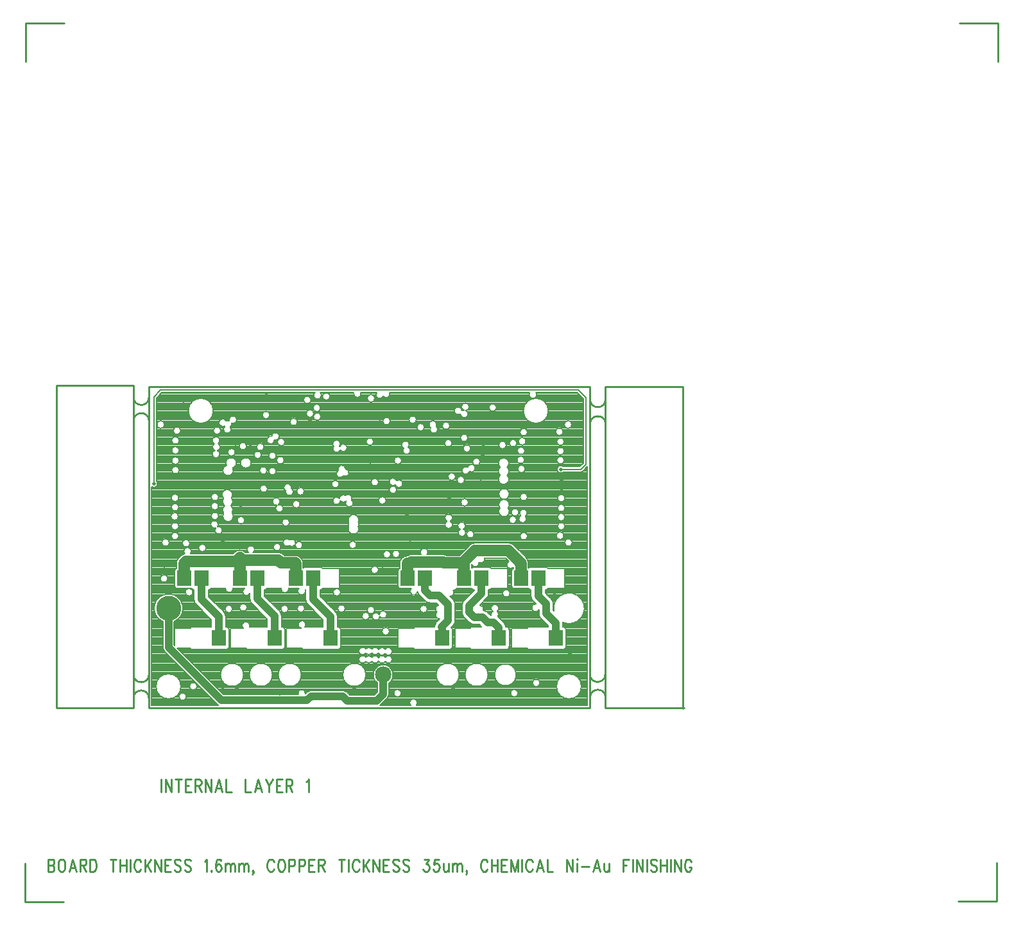
<source format=gbr>
*
*
G04 PADS Layout (Build Number 2007.21.1) generated Gerber (RS-274-X) file*
G04 PC Version=2.1*
*
%IN "2FOC-001.pcb"*%
*
%MOIN*%
*
%FSLAX35Y35*%
*
*
*
*
G04 PC Standard Apertures*
*
*
G04 Thermal Relief Aperture macro.*
%AMTER*
1,1,$1,0,0*
1,0,$1-$2,0,0*
21,0,$3,$4,0,0,45*
21,0,$3,$4,0,0,135*
%
*
*
G04 Annular Aperture macro.*
%AMANN*
1,1,$1,0,0*
1,0,$2,0,0*
%
*
*
G04 Odd Aperture macro.*
%AMODD*
1,1,$1,0,0*
1,0,$1-0.005,0,0*
%
*
*
G04 PC Custom Aperture Macros*
*
*
*
*
*
*
G04 PC Aperture Table*
*
%ADD010C,0.01*%
%ADD015C,0.008*%
%ADD028R,0.075X0.084*%
%ADD029C,0.085*%
%ADD070C,0.001*%
%ADD083C,0.00787*%
%ADD084C,0.05906*%
%ADD085C,0.03937*%
%ADD087C,0.01969*%
%ADD088C,0.13*%
*
*
*
*
G04 PC Circuitry*
G04 Layer Name 2FOC-001.pcb - circuitry*
%LPD*%
*
*
G04 PC Custom Flashes*
G04 Layer Name 2FOC-001.pcb - flashes*
%LPD*%
*
*
G04 PC Circuitry*
G04 Layer Name 2FOC-001.pcb - circuitry*
%LPD*%
*
G54D10*
G01X231460Y420060D02*
Y413498D01*
X233506Y420060D02*
Y413498D01*
Y420060D02*
X236688Y413498D01*
Y420060D02*
Y413498D01*
X240324Y420060D02*
Y413498D01*
X238733Y420060D02*
X241915D01*
X243960D02*
Y413498D01*
Y420060D02*
X246915D01*
X243960Y416935D02*
X245778D01*
X243960Y413498D02*
X246915D01*
X248960Y420060D02*
Y413498D01*
Y420060D02*
X251006D01*
X251688Y419748*
X251915Y419435*
X252142Y418810*
Y418185*
X251915Y417560*
X251688Y417248*
X251006Y416935*
X248960*
X250551D02*
X252142Y413498D01*
X254188Y420060D02*
Y413498D01*
Y420060D02*
X257369Y413498D01*
Y420060D02*
Y413498D01*
X261233Y420060D02*
X259415Y413498D01*
X261233Y420060D02*
X263051Y413498D01*
X260097Y415685D02*
X262369D01*
X265097Y420060D02*
Y413498D01*
X267824*
X275097Y420060D02*
Y413498D01*
X277824*
X281688Y420060D02*
X279869Y413498D01*
X281688Y420060D02*
X283506Y413498D01*
X280551Y415685D02*
X282824D01*
X285551Y420060D02*
X287369Y416935D01*
Y413498*
X289188Y420060D02*
X287369Y416935D01*
X291233Y420060D02*
Y413498D01*
Y420060D02*
X294188D01*
X291233Y416935D02*
X293051D01*
X291233Y413498D02*
X294188D01*
X296233Y420060D02*
Y413498D01*
Y420060D02*
X298278D01*
X298960Y419748*
X299188Y419435*
X299415Y418810*
Y418185*
X299188Y417560*
X298960Y417248*
X298278Y416935*
X296233*
X297824D02*
X299415Y413498D01*
X306688Y418810D02*
X307142Y419123D01*
X307824Y420060*
Y413498*
X172602Y378722D02*
Y372159D01*
Y378722D02*
X174647D01*
X175329Y378409*
X175557Y378097*
X175784Y377472*
Y376847*
X175557Y376222*
X175329Y375909*
X174647Y375597*
X172602D02*
X174647D01*
X175329Y375284*
X175557Y374972*
X175784Y374347*
Y373409*
X175557Y372784*
X175329Y372472*
X174647Y372159*
X172602*
X179193Y378722D02*
X178738Y378409D01*
X178284Y377784*
X178057Y377159*
X177829Y376222*
Y374659*
X178057Y373722*
X178284Y373097*
X178738Y372472*
X179193Y372159*
X180102*
X180557Y372472*
X181011Y373097*
X181238Y373722*
X181466Y374659*
Y376222*
X181238Y377159*
X181011Y377784*
X180557Y378409*
X180102Y378722*
X179193*
X185329D02*
X183511Y372159D01*
X185329Y378722D02*
X187147Y372159D01*
X184193Y374347D02*
X186466D01*
X189193Y378722D02*
Y372159D01*
Y378722D02*
X191238D01*
X191920Y378409*
X192147Y378097*
X192375Y377472*
Y376847*
X192147Y376222*
X191920Y375909*
X191238Y375597*
X189193*
X190784D02*
X192375Y372159D01*
X194420Y378722D02*
Y372159D01*
Y378722D02*
X196011D01*
X196693Y378409*
X197147Y377784*
X197375Y377159*
X197602Y376222*
Y374659*
X197375Y373722*
X197147Y373097*
X196693Y372472*
X196011Y372159*
X194420*
X206466Y378722D02*
Y372159D01*
X204875Y378722D02*
X208057D01*
X210102D02*
Y372159D01*
X213284Y378722D02*
Y372159D01*
X210102Y375597D02*
X213284D01*
X215329Y378722D02*
Y372159D01*
X220784Y377159D02*
X220557Y377784D01*
X220102Y378409*
X219647Y378722*
X218738*
X218284Y378409*
X217829Y377784*
X217602Y377159*
X217375Y376222*
Y374659*
X217602Y373722*
X217829Y373097*
X218284Y372472*
X218738Y372159*
X219647*
X220102Y372472*
X220557Y373097*
X220784Y373722*
X222829Y378722D02*
Y372159D01*
X226011Y378722D02*
X222829Y374347D01*
X223966Y375909D02*
X226011Y372159D01*
X228057Y378722D02*
Y372159D01*
Y378722D02*
X231238Y372159D01*
Y378722D02*
Y372159D01*
X233284Y378722D02*
Y372159D01*
Y378722D02*
X236238D01*
X233284Y375597D02*
X235102D01*
X233284Y372159D02*
X236238D01*
X241466Y377784D02*
X241011Y378409D01*
X240329Y378722*
X239420*
X238738Y378409*
X238284Y377784*
Y377159*
X238511Y376534*
X238738Y376222*
X239193Y375909*
X240557Y375284*
X241011Y374972*
X241238Y374659*
X241466Y374034*
Y373097*
X241011Y372472*
X240329Y372159*
X239420*
X238738Y372472*
X238284Y373097*
X246693Y377784D02*
X246238Y378409D01*
X245557Y378722*
X244647*
X243966Y378409*
X243511Y377784*
Y377159*
X243738Y376534*
X243966Y376222*
X244420Y375909*
X245784Y375284*
X246238Y374972*
X246466Y374659*
X246693Y374034*
Y373097*
X246238Y372472*
X245557Y372159*
X244647*
X243966Y372472*
X243511Y373097*
X253966Y377472D02*
X254420Y377784D01*
X255102Y378722*
Y372159*
X257375Y372784D02*
X257147Y372472D01*
X257375Y372159*
X257602Y372472*
X257375Y372784*
X262375Y377784D02*
X262147Y378409D01*
X261466Y378722*
X261011*
X260329Y378409*
X259875Y377472*
X259647Y375909*
Y374347*
X259875Y373097*
X260329Y372472*
X261011Y372159*
X261238*
X261920Y372472*
X262375Y373097*
X262602Y374034*
Y374347*
X262375Y375284*
X261920Y375909*
X261238Y376222*
X261011*
X260329Y375909*
X259875Y375284*
X259647Y374347*
X264647Y376534D02*
Y372159D01*
Y375284D02*
X265329Y376222D01*
X265784Y376534*
X266466*
X266920Y376222*
X267147Y375284*
Y372159*
Y375284D02*
X267829Y376222D01*
X268284Y376534*
X268966*
X269420Y376222*
X269647Y375284*
Y372159*
X271693Y376534D02*
Y372159D01*
Y375284D02*
X272375Y376222D01*
X272829Y376534*
X273511*
X273966Y376222*
X274193Y375284*
Y372159*
Y375284D02*
X274875Y376222D01*
X275329Y376534*
X276011*
X276466Y376222*
X276693Y375284*
Y372159*
X279193Y372472D02*
X278966Y372159D01*
X278738Y372472*
X278966Y372784*
X279193Y372472*
Y371847*
X278966Y371222*
X278738Y370909*
X289875Y377159D02*
X289647Y377784D01*
X289193Y378409*
X288738Y378722*
X287829*
X287375Y378409*
X286920Y377784*
X286693Y377159*
X286466Y376222*
Y374659*
X286693Y373722*
X286920Y373097*
X287375Y372472*
X287829Y372159*
X288738*
X289193Y372472*
X289647Y373097*
X289875Y373722*
X293284Y378722D02*
X292829Y378409D01*
X292375Y377784*
X292147Y377159*
X291920Y376222*
Y374659*
X292147Y373722*
X292375Y373097*
X292829Y372472*
X293284Y372159*
X294193*
X294647Y372472*
X295102Y373097*
X295329Y373722*
X295557Y374659*
Y376222*
X295329Y377159*
X295102Y377784*
X294647Y378409*
X294193Y378722*
X293284*
X297602D02*
Y372159D01*
Y378722D02*
X299647D01*
X300329Y378409*
X300557Y378097*
X300784Y377472*
Y376534*
X300557Y375909*
X300329Y375597*
X299647Y375284*
X297602*
X302829Y378722D02*
Y372159D01*
Y378722D02*
X304875D01*
X305557Y378409*
X305784Y378097*
X306011Y377472*
Y376534*
X305784Y375909*
X305557Y375597*
X304875Y375284*
X302829*
X308057Y378722D02*
Y372159D01*
Y378722D02*
X311011D01*
X308057Y375597D02*
X309875D01*
X308057Y372159D02*
X311011D01*
X313057Y378722D02*
Y372159D01*
Y378722D02*
X315102D01*
X315784Y378409*
X316011Y378097*
X316238Y377472*
Y376847*
X316011Y376222*
X315784Y375909*
X315102Y375597*
X313057*
X314647D02*
X316238Y372159D01*
X325102Y378722D02*
Y372159D01*
X323511Y378722D02*
X326693D01*
X328738D02*
Y372159D01*
X334193Y377159D02*
X333966Y377784D01*
X333511Y378409*
X333057Y378722*
X332147*
X331693Y378409*
X331238Y377784*
X331011Y377159*
X330784Y376222*
Y374659*
X331011Y373722*
X331238Y373097*
X331693Y372472*
X332147Y372159*
X333057*
X333511Y372472*
X333966Y373097*
X334193Y373722*
X336238Y378722D02*
Y372159D01*
X339420Y378722D02*
X336238Y374347D01*
X337375Y375909D02*
X339420Y372159D01*
X341466Y378722D02*
Y372159D01*
Y378722D02*
X344647Y372159D01*
Y378722D02*
Y372159D01*
X346693Y378722D02*
Y372159D01*
Y378722D02*
X349647D01*
X346693Y375597D02*
X348511D01*
X346693Y372159D02*
X349647D01*
X354875Y377784D02*
X354420Y378409D01*
X353738Y378722*
X352829*
X352147Y378409*
X351693Y377784*
Y377159*
X351920Y376534*
X352147Y376222*
X352602Y375909*
X353966Y375284*
X354420Y374972*
X354647Y374659*
X354875Y374034*
Y373097*
X354420Y372472*
X353738Y372159*
X352829*
X352147Y372472*
X351693Y373097*
X360102Y377784D02*
X359647Y378409D01*
X358966Y378722*
X358057*
X357375Y378409*
X356920Y377784*
Y377159*
X357147Y376534*
X357375Y376222*
X357829Y375909*
X359193Y375284*
X359647Y374972*
X359875Y374659*
X360102Y374034*
Y373097*
X359647Y372472*
X358966Y372159*
X358057*
X357375Y372472*
X356920Y373097*
X367829Y378722D02*
X370329D01*
X368966Y376222*
X369647*
X370102Y375909*
X370329Y375597*
X370557Y374659*
Y374034*
X370329Y373097*
X369875Y372472*
X369193Y372159*
X368511*
X367829Y372472*
X367602Y372784*
X367375Y373409*
X375557Y378722D02*
X373284D01*
X373057Y375909*
X373284Y376222*
X373966Y376534*
X374647*
X375329Y376222*
X375784Y375597*
X376011Y374659*
X375784Y374034*
X375557Y373097*
X375102Y372472*
X374420Y372159*
X373738*
X373057Y372472*
X372829Y372784*
X372602Y373409*
X378057Y376534D02*
Y373409D01*
X378284Y372472*
X378738Y372159*
X379420*
X379875Y372472*
X380557Y373409*
Y376534D02*
Y372159D01*
X382602Y376534D02*
Y372159D01*
Y375284D02*
X383284Y376222D01*
X383738Y376534*
X384420*
X384875Y376222*
X385102Y375284*
Y372159*
Y375284D02*
X385784Y376222D01*
X386238Y376534*
X386920*
X387375Y376222*
X387602Y375284*
Y372159*
X390102Y372472D02*
X389875Y372159D01*
X389647Y372472*
X389875Y372784*
X390102Y372472*
Y371847*
X389875Y371222*
X389647Y370909*
X400784Y377159D02*
X400557Y377784D01*
X400102Y378409*
X399647Y378722*
X398738*
X398284Y378409*
X397829Y377784*
X397602Y377159*
X397375Y376222*
Y374659*
X397602Y373722*
X397829Y373097*
X398284Y372472*
X398738Y372159*
X399647*
X400102Y372472*
X400557Y373097*
X400784Y373722*
X402829Y378722D02*
Y372159D01*
X406011Y378722D02*
Y372159D01*
X402829Y375597D02*
X406011D01*
X408057Y378722D02*
Y372159D01*
Y378722D02*
X411011D01*
X408057Y375597D02*
X409875D01*
X408057Y372159D02*
X411011D01*
X413057Y378722D02*
Y372159D01*
Y378722D02*
X414875Y372159D01*
X416693Y378722D02*
X414875Y372159D01*
X416693Y378722D02*
Y372159D01*
X418738Y378722D02*
Y372159D01*
X424193Y377159D02*
X423966Y377784D01*
X423511Y378409*
X423057Y378722*
X422147*
X421693Y378409*
X421238Y377784*
X421011Y377159*
X420784Y376222*
Y374659*
X421011Y373722*
X421238Y373097*
X421693Y372472*
X422147Y372159*
X423057*
X423511Y372472*
X423966Y373097*
X424193Y373722*
X428057Y378722D02*
X426238Y372159D01*
X428057Y378722D02*
X429875Y372159D01*
X426920Y374347D02*
X429193D01*
X431920Y378722D02*
Y372159D01*
X434647*
X441920Y378722D02*
Y372159D01*
Y378722D02*
X445102Y372159D01*
Y378722D02*
Y372159D01*
X447147Y378722D02*
X447375Y378409D01*
X447602Y378722*
X447375Y379034*
X447147Y378722*
X447375Y376534D02*
Y372159D01*
X449647Y374972D02*
X453738D01*
X457602Y378722D02*
X455784Y372159D01*
X457602Y378722D02*
X459420Y372159D01*
X456466Y374347D02*
X458738D01*
X461466Y376534D02*
Y373409D01*
X461693Y372472*
X462147Y372159*
X462829*
X463284Y372472*
X463966Y373409*
Y376534D02*
Y372159D01*
X471238Y378722D02*
Y372159D01*
Y378722D02*
X474193D01*
X471238Y375597D02*
X473057D01*
X476238Y378722D02*
Y372159D01*
X478284Y378722D02*
Y372159D01*
Y378722D02*
X481466Y372159D01*
Y378722D02*
Y372159D01*
X483511Y378722D02*
Y372159D01*
X488738Y377784D02*
X488284Y378409D01*
X487602Y378722*
X486693*
X486011Y378409*
X485557Y377784*
Y377159*
X485784Y376534*
X486011Y376222*
X486466Y375909*
X487829Y375284*
X488284Y374972*
X488511Y374659*
X488738Y374034*
Y373097*
X488284Y372472*
X487602Y372159*
X486693*
X486011Y372472*
X485557Y373097*
X490784Y378722D02*
Y372159D01*
X493966Y378722D02*
Y372159D01*
X490784Y375597D02*
X493966D01*
X496011Y378722D02*
Y372159D01*
X498057Y378722D02*
Y372159D01*
Y378722D02*
X501238Y372159D01*
Y378722D02*
Y372159D01*
X506693Y377159D02*
X506466Y377784D01*
X506011Y378409*
X505557Y378722*
X504647*
X504193Y378409*
X503738Y377784*
X503511Y377159*
X503284Y376222*
Y374659*
X503511Y373722*
X503738Y373097*
X504193Y372472*
X504647Y372159*
X505557*
X506011Y372472*
X506466Y373097*
X506693Y373722*
Y374659*
X505557D02*
X506693D01*
X224988Y457218D02*
X454098D01*
Y623931*
X224988*
Y457218*
X180870Y812710D02*
X160870D01*
Y792710*
X160791Y376490D02*
Y356490D01*
X180791*
X645437Y356805D02*
X665437D01*
Y376805*
X665909Y792631D02*
Y812631D01*
X645909*
X216893Y624718D02*
Y457198D01*
X176933*
Y624521*
X216696*
X454107Y617296D02*
G75*
G03X462107I4000J0D01*
G01X462141Y604588D02*
G03X454141I-4000J-0D01*
G01X217014Y618422D02*
G03X225014I4000J0D01*
G01X225027Y606151D02*
G03X217027I-4000J0D01*
G01X217014Y474524D02*
G03X225014I4000J0D01*
G01X224962Y462256D02*
G03X216962I-4000J-0D01*
G01X454022Y474721D02*
G03X462022I4000J0D01*
G01X502917Y457198D02*
X462078D01*
Y623931*
X502326*
Y456805*
X462155Y462660D02*
G03X454155I-4000J-0D01*
G54D15*
G01X449652Y468395D02*
G03X449652I-6491J0D01*
G01X428120Y470191D02*
G03X428120I-1975J0D01*
G01X444852Y543025D02*
G03X444852I-1974J0D01*
G01X440522Y546569D02*
G03X440522I-1975J0D01*
G01X441112Y551490D02*
G03X441112I-1975J0D01*
G01Y556214D02*
G03X441112I-1975J0D01*
G01Y560939D02*
G03X441112I-1975J0D01*
G01Y566057D02*
G03X441112I-1975J0D01*
G01X440719Y585742D02*
G03X440719I-1975J0D01*
G01Y590466D02*
G03X440719I-1975J0D01*
G01Y595387D02*
G03X440719I-1975J0D01*
G01X444656Y604246D02*
G03X444656I-1975J0D01*
G01X440128Y600506D02*
G03X440128I-1975J0D01*
G01X421624Y546372D02*
G03X421624I-1975J0D01*
G01Y566647D02*
G03X421624I-1975J0D01*
G01X415915Y554836D02*
G03X415915I-1974J0D01*
G01X417096Y558773D02*
G03X417096I-1974J0D01*
G01X420443Y581214D02*
G03X420443I-1975J0D01*
G01X420049Y585939D02*
G03X420049I-1975J0D01*
G01X420246Y590663D02*
G03X420246I-1975J0D01*
G01X420837Y595584D02*
G03X420837I-1975J0D01*
G01X421624Y600309D02*
G03X421624I-1975J0D01*
G01X432439Y611395D02*
G03X432439I-6491J0D01*
G01X416112Y594600D02*
G03X416112I-1975J0D01*
G01X410600Y593616D02*
G03X410600I-1974J0D01*
G01X405482Y613104D02*
G03X405482I-1975J0D01*
G01X393868Y547356D02*
G03X393868I-1975J0D01*
G01X390915Y563891D02*
G03X390915I-1974J0D01*
G01X388947Y575506D02*
G03X388947I-1975J0D01*
G01X397018Y584954D02*
G03X397018I-1975J0D01*
G01X392096Y591844D02*
G03X392096I-1974J0D01*
G01X390719Y597356D02*
G03X390719I-1975J0D01*
G01X384222Y577277D02*
G03X384222I-1974J0D01*
G01X382451Y594600D02*
G03X382451I-1975J0D01*
G01X381270Y603655D02*
G03X381270I-1975J0D01*
G01X368081Y602868D02*
G03X368081I-1975J0D01*
G01X337689Y474395D02*
G03X337689I-6028J0D01*
G01X355285Y537120D02*
G03X355285I-1974J0D01*
G01X349970Y496962D02*
G03X349970I-1974J0D01*
G01X350561Y536923D02*
G03X350561I-1975J0D01*
G01X353711Y570387D02*
G03X353711I-1975J0D01*
G01X363947Y606805D02*
G03X363947I-1975J0D01*
G01X339537Y504836D02*
G03X339537I-1974J0D01*
G01X342293Y507986D02*
G03X342293I-1974J0D01*
G01X344262Y528852D02*
G03X344262I-1975J0D01*
G01X348199Y564876D02*
G03X348199I-1975J0D01*
G01X350364Y606017D02*
G03X350364I-1975J0D01*
G01X344262Y574324D02*
G03X344262I-1975J0D01*
G01X341703Y595387D02*
G03X341703I-1975J0D01*
G01X342293Y617828D02*
G03X342293I-1974J0D01*
G01X332845Y541844D02*
G03X332845I-1975J0D01*
G01X323789Y573340D02*
G03X323789I-1974J0D01*
G01X314341Y608380D02*
G03X314341I-1975J0D01*
G01X310600Y609954D02*
G03X310600I-1974J0D01*
G01X314144Y612907D02*
G03X314144I-1975J0D01*
G01X303514Y562907D02*
G03X303514I-1975J0D01*
G01X305679Y569600D02*
G03X305679I-1975J0D01*
G01X309222Y617041D02*
G03X309222I-1974J0D01*
G01X298002Y553458D02*
G03X298002I-1975J0D01*
G01X302136Y605624D02*
G03X302136I-1975J0D01*
G01X293474Y540663D02*
G03X293474I-1974J0D01*
G01X295246Y585742D02*
G03X295246I-1975J0D01*
G01X295640Y595191D02*
G03X295640I-1975J0D01*
G01X291112Y580033D02*
G03X291112I-1975J0D01*
G01Y588104D02*
G03X291112I-1975J0D01*
G01X286585Y570978D02*
G03X286585I-1975J0D01*
G01X286388Y580427D02*
G03X286388I-1975J0D01*
G01X283435Y588498D02*
G03X283435I-1975J0D01*
G01X284813Y592631D02*
G03X284813I-1975J0D01*
G01X287766Y609167D02*
G03X287766I-1975J0D01*
G01X274774Y554639D02*
G03X274774I-1975J0D01*
G01X278120Y584364D02*
G03X278120I-2762J0D01*
G01X275758Y593025D02*
G03X275758I-1975J0D01*
G01X269852Y589876D02*
G03X269852I-1974J0D01*
G01X254695Y540269D02*
G03X254695I-1975J0D01*
G01X246230Y542631D02*
G03X246230I-1974J0D01*
G01X258423Y611395D02*
G03X258423I-6490J0D01*
G01X240522Y546372D02*
G03X240522I-1975J0D01*
G01Y551490D02*
G03X240522I-1975J0D01*
G01X240325Y556608D02*
G03X240325I-1975J0D01*
G01X240522Y561332D02*
G03X240522I-1975J0D01*
G01Y566254D02*
G03X240522I-1975J0D01*
G01X240719Y580624D02*
G03X240719I-1975J0D01*
G01Y585545D02*
G03X240719I-1975J0D01*
G01Y590860D02*
G03X240719I-1975J0D01*
G01Y595978D02*
G03X240719I-1975J0D01*
G01X241506Y601096D02*
G03X241506I-1975J0D01*
G01X234813Y524324D02*
G03X234813I-1975J0D01*
G01X235600Y543025D02*
G03X235600I-1974J0D01*
G01X233041Y604246D02*
G03X233041I-1974J0D01*
G01X249970Y468419D02*
G03X249970I-1974J0D01*
G01X244459Y463104D02*
G03X244459I-1975J0D01*
G01X241652Y468395D02*
G03X241652I-6491J0D01*
G01X261191Y556805D02*
G03X261191I-1975J0D01*
G01Y561923D02*
G03X261191I-1975J0D01*
G01Y566647D02*
G03X261191I-1975J0D01*
G01X262372Y601096D02*
G03X262372I-1975J0D01*
G01X305876Y508773D02*
G03X305876I-1975J0D01*
G01X289189Y474395D02*
G03X289189I-6028J0D01*
G01X275955Y509364D02*
G03X275955I-1975J0D01*
G01X268474Y508576D02*
G03X268474I-1974J0D01*
G01X274189Y474395D02*
G03X274189I-6028J0D01*
G01X297411Y508576D02*
G03X297411I-1974J0D01*
G01X304189Y474395D02*
G03X304189I-6028J0D01*
G01X326939Y508773D02*
G03X326939I-1975J0D01*
G01X356270Y585545D02*
G03X356270I-1975J0D01*
G01X356073Y464876D02*
G03X356073I-1975J0D01*
G01X369656Y508576D02*
G03X369656I-1975J0D01*
G01X386189Y474395D02*
G03X386189I-6028J0D01*
G01X401189D02*
G03X401189I-6028J0D01*
G01X412569Y516647D02*
G03X412569I-1975J0D01*
G01X416703Y464876D02*
G03X416703I-1975J0D01*
G01X415795Y474395D02*
G03X415795I-5634J0D01*
G01X452714Y458602D02*
Y582400D01*
X450352Y580038*
X449374Y579633D02*
G03X450352Y580038I-0J1384D01*
G01X449374Y579633D02*
X440349D01*
Y582402D02*
G03Y579633I-1408J-1385D01*
G01Y582402D02*
X448800D01*
X450548Y584150*
Y615663*
Y617649*
X447422Y620775*
X426089*
X422658D02*
G03X426089I1716J-978D01*
G01X422658D02*
X350079D01*
X346694Y618904D02*
G03X350079Y620775I1499J1287D01*
G01X343259D02*
G03X346694Y618904I1587J-1175D01*
G01X343259Y620775D02*
X335118D01*
X331345D02*
G03X335118I1887J-584D01*
G01X331345D02*
X317313D01*
X316867D02*
G03X317313I223J-1962D01*
G01X316867D02*
X313983D01*
X311142D02*
G03X313983I1421J-1372D01*
G01X311142D02*
X231640D01*
X228908Y618042*
X228908D02*
Y574945D01*
X226372Y571932D02*
G03X228907Y574945I1151J1605D01*
G01X226372Y571932D02*
Y458602D01*
X261033*
X260470Y459043D02*
G03X261033Y458602I2093J2092D01*
G01X260470Y459043D02*
X233069Y486445D01*
X232202Y488537D02*
G03X233069Y486445I2959J0D01*
G01X232202Y488537D02*
Y502014D01*
X238120D02*
G03X232202I-2959J6881D01*
G01X238120D02*
Y489763D01*
X238420Y489462*
Y498186*
X238820Y498586D02*
G03X238420Y498186I0J-400D01*
G01X238820Y498586D02*
X246633D01*
Y498973*
X247033Y499373D02*
G03X246633Y498973I0J-400D01*
G01X247033Y499373D02*
X257289D01*
X257328Y499371D02*
G03X257289Y499373I-39J-398D01*
G01X257411D02*
G03X257328Y499371I0J-1778D01*
G01X257411Y499373D02*
X257415D01*
Y502914*
X249512Y510817*
X248415Y513466D02*
G03X249512Y510817I3746J0D01*
G01X248415Y513466D02*
Y518417D01*
X248411*
X246934Y519205D02*
G03X248411Y518417I1477J990D01*
G01X246911Y519205D02*
G03X246934I0J990D01*
G01X246911D02*
X246007D01*
X245654D02*
G03X246007I176J-1967D01*
G01X245654D02*
X239411D01*
X238420Y520195D02*
G03X239411Y519205I991J0D01*
G01X238420Y520195D02*
Y528595D01*
X239218Y529567D02*
G03X238420Y528595I193J-972D01*
G01X239218Y529567D02*
Y532198D01*
X240373Y534987D02*
G03X239218Y532198I2788J-2789D01*
G01X240373Y534987D02*
X241554Y536168D01*
X243523Y537237D02*
G03X241554Y536168I819J-3857D01*
G01X246630Y537323D02*
G03X243523Y537237I-1587J1175D01*
G01X246630Y537323D02*
X268756D01*
X269373Y537940*
X274949D02*
G03X269373I-2788J-2789D01*
G01X274949D02*
X274976Y537913D01*
X276717*
X279117D02*
G03X276717I-1200J1569D01*
G01X279117D02*
X292090D01*
X294879Y536758D02*
G03X292090Y537913I-2789J-2788D01*
G01X294879Y536758D02*
X295298Y536339D01*
X300964*
X303753Y535184D02*
G03X300964Y536339I-2789J-2789D01*
G01X303753Y535184D02*
X303949Y534987D01*
X305104Y532198D02*
G03X303949Y534987I-3943J0D01*
G01X305104Y532198D02*
Y529801D01*
X306411Y530373D02*
G03X305104Y529801I0J-1778D01*
G01X306411Y530373D02*
X313911D01*
X315387Y529586D02*
G03X313911Y530373I-1476J-991D01*
G01X315387Y529586D02*
X323502D01*
X323902Y529186D02*
G03X323502Y529586I-400J-0D01*
G01X323902Y529186D02*
Y519605D01*
X323502Y519205D02*
G03X323902Y519605I-0J400D01*
G01X323502Y519205D02*
X322779D01*
X322425D02*
G03X322779I177J-1967D01*
G01X322425D02*
X315387D01*
X313911Y518417D02*
G03X315387Y519205I0J1778D01*
G01X313911Y518417D02*
X313908D01*
X313908D02*
Y515089D01*
X313908D02*
X321810Y507186D01*
X322908Y504537D02*
G03X321810Y507186I-3747J0D01*
G01X322908Y504537D02*
Y499373D01*
X322908D02*
X322911D01*
X324689Y497595D02*
G03X322911Y499373I-1778J0D01*
G01X324689Y497595D02*
Y489195D01*
X322911Y487417D02*
G03X324689Y489195I0J1778D01*
G01X322911Y487417D02*
X315411D01*
X315328Y487419D02*
G03X315411Y487417I83J1776D01*
G01X315289D02*
G03X315328Y487419I-0J400D01*
G01X315289Y487417D02*
X305033D01*
X304633Y487817D02*
G03X305033Y487417I400J0D01*
G01X304633Y487817D02*
Y488205D01*
X296820*
X296420Y488605D02*
G03X296820Y488205I400J-0D01*
G01X296420Y488605D02*
Y498186D01*
X296820Y498586D02*
G03X296420Y498186I0J-400D01*
G01X296820Y498586D02*
X304028D01*
X306110Y499373D02*
G03X304028Y498586I-1618J1133D01*
G01X306110Y499373D02*
X315289D01*
X315328Y499371D02*
G03X315289Y499373I-39J-398D01*
G01X315411D02*
G03X315328Y499371I0J-1778D01*
G01X315411Y499373D02*
X315415D01*
Y502985*
X307512Y510888*
X306415Y513537D02*
G03X307512Y510888I3746J0D01*
G01X306415Y513537D02*
Y518417D01*
X306411*
X306175Y518433D02*
G03X306411Y518417I236J1762D01*
G01X302879Y519205D02*
G03X306175Y518433I1416J-1377D01*
G01X302879Y519205D02*
X297569D01*
X293698D02*
G03X297569I1935J-392D01*
G01X293698D02*
X286387D01*
X284911Y518417D02*
G03X286387Y519205I0J1778D01*
G01X284911Y518417D02*
X284908D01*
X284908D02*
Y515298D01*
X284908D02*
X292810Y507395D01*
X293908Y504746D02*
G03X292810Y507395I-3747J-0D01*
G01X293908Y504746D02*
Y499373D01*
X293908D02*
X293911D01*
X295689Y497595D02*
G03X293911Y499373I-1778J0D01*
G01X295689Y497595D02*
Y489195D01*
X293911Y487417D02*
G03X295689Y489195I0J1778D01*
G01X293911Y487417D02*
X286411D01*
X286328Y487419D02*
G03X286411Y487417I83J1776D01*
G01X286289D02*
G03X286328Y487419I-0J400D01*
G01X286289Y487417D02*
X276033D01*
X275633Y487817D02*
G03X276033Y487417I400J0D01*
G01X275633Y487817D02*
Y488205D01*
X267820*
X267420Y488605D02*
G03X267820Y488205I400J-0D01*
G01X267420Y488605D02*
Y498186D01*
X267820Y498586D02*
G03X267420Y498186I0J-400D01*
G01X267820Y498586D02*
X273897D01*
X277257Y499373D02*
G03X273897Y498586I-1899J542D01*
G01X277257Y499373D02*
X286289D01*
X286328Y499371D02*
G03X286289Y499373I-39J-398D01*
G01X286411D02*
G03X286328Y499371I0J-1778D01*
G01X286411Y499373D02*
X286415D01*
Y503194*
X278512Y511097*
X277415Y513746D02*
G03X278512Y511097I3746J-0D01*
G01X277415Y513746D02*
Y516771D01*
X274679Y519205D02*
G03X277415Y516771I876J-1770D01*
G01X274679Y519205D02*
X268662D01*
X264731D02*
G03X268662I1965J-196D01*
G01X264731D02*
X257387D01*
X255911Y518417D02*
G03X257387Y519205I0J1778D01*
G01X255911Y518417D02*
X255908D01*
X255908D02*
Y515018D01*
X255908D02*
X263810Y507115D01*
X264908Y504466D02*
G03X263810Y507115I-3747J0D01*
G01X264908Y504466D02*
Y499373D01*
X264908D02*
X264911D01*
X266689Y497595D02*
G03X264911Y499373I-1778J0D01*
G01X266689Y497595D02*
Y489195D01*
X264911Y487417D02*
G03X266689Y489195I0J1778D01*
G01X264911Y487417D02*
X257411D01*
X257328Y487419D02*
G03X257411Y487417I83J1776D01*
G01X257289D02*
G03X257328Y487419I-0J400D01*
G01X257289Y487417D02*
X247033D01*
X246633Y487817D02*
G03X247033Y487417I400J0D01*
G01X246633Y487817D02*
Y488205D01*
X239678*
X263788Y464095*
X302481*
X306234Y464504D02*
G03X302481Y464095I-1939J372D01*
G01X306234Y464504D02*
X307124Y465393D01*
X309216Y466260D02*
G03X307124Y465393I0J-2959D01*
G01X309216Y466260D02*
X325752D01*
X327844Y465393D02*
G03X325752Y466260I-2092J-2092D01*
G01X327844Y465393D02*
X329339Y463898D01*
X342046*
X343702Y465554*
Y470070*
X349620D02*
G03X343702I-2959J4325D01*
G01X349620D02*
Y464328D01*
X348753Y462236D02*
G03X349620Y464328I-2092J2092D01*
G01X348753Y462236D02*
X345364Y458846D01*
X345087Y458602D02*
G03X345364Y458846I-1816J2337D01*
G01X345087Y458602D02*
X360926D01*
X363805D02*
G03X360926I-1439J1352D01*
G01X363805D02*
X452714D01*
X449652Y468395D02*
G03X449652I-6491J0D01*
G01X428120Y470191D02*
G03X428120I-1975J0D01*
G01X439897Y501602D02*
G03X435297Y507479I3264J7293D01*
G01X439907Y501317D02*
G03X439897Y501602I-3746J-0D01*
G01X439908Y501317D02*
Y499373D01*
X439908D02*
X439911D01*
X441689Y497595D02*
G03X439911Y499373I-1778J0D01*
G01X441689Y497595D02*
Y489195D01*
X439911Y487417D02*
G03X441689Y489195I0J1778D01*
G01X439911Y487417D02*
X432411D01*
X432328Y487419D02*
G03X432411Y487417I83J1776D01*
G01X432289D02*
G03X432328Y487419I-0J400D01*
G01X432289Y487417D02*
X422033D01*
X421633Y487817D02*
G03X422033Y487417I400J0D01*
G01X421633Y487817D02*
Y488205D01*
X413820*
X413420Y488605D02*
G03X413820Y488205I400J-0D01*
G01X413420Y488605D02*
Y498186D01*
X413820Y498586D02*
G03X413420Y498186I0J-400D01*
G01X413820Y498586D02*
X421633D01*
Y498973*
X422033Y499373D02*
G03X421633Y498973I0J-400D01*
G01X422033Y499373D02*
X432289D01*
X432328Y499371D02*
G03X432289Y499373I-39J-398D01*
G01X432411D02*
G03X432328Y499371I0J-1778D01*
G01X432411Y499373D02*
X432415D01*
Y499765*
X428614Y503565*
X427517Y506214D02*
G03X428614Y503565I3746J0D01*
G01X427517Y506214D02*
Y508282D01*
X425971Y511130D02*
G03X427517Y508282I-219J-1963D01*
G01X425971Y511130D02*
X424512Y512589D01*
X423415Y515238D02*
G03X424512Y512589I3746J-0D01*
G01X423415Y515238D02*
Y518417D01*
X423411*
X421934Y519205D02*
G03X423411Y518417I1477J990D01*
G01X421911Y519205D02*
G03X421934I0J990D01*
G01X421911D02*
X414411D01*
X413420Y520195D02*
G03X414411Y519205I991J0D01*
G01X413420Y520195D02*
Y528595D01*
X414218Y529567D02*
G03X413420Y528595I193J-972D01*
G01X414218Y529567D02*
Y530079D01*
X411901Y533189D02*
G03X414218Y530079I858J-1778D01*
G01X411901Y533189D02*
X410142Y534948D01*
X399292*
X396410Y532658D02*
G03X399292Y534948I995J1706D01*
G01X392648Y531593D02*
G03X396410Y532658I1804J802D01*
G01X392648Y531593D02*
X392604Y531549D01*
Y529801*
X393911Y530373D02*
G03X392604Y529801I0J-1778D01*
G01X393911Y530373D02*
X401411D01*
X402887Y529586D02*
G03X401411Y530373I-1476J-991D01*
G01X402887Y529586D02*
X411002D01*
X411402Y529186D02*
G03X411002Y529586I-400J-0D01*
G01X411402Y529186D02*
Y519605D01*
X411002Y519205D02*
G03X411402Y519605I-0J400D01*
G01X411002Y519205D02*
X402887D01*
X401411Y518417D02*
G03X402887Y519205I0J1778D01*
G01X401411Y518417D02*
X401408D01*
X401408D02*
Y516706D01*
X400310Y514057D02*
G03X401408Y516706I-2649J2649D01*
G01X400310Y514057D02*
X396804Y510551D01*
X398690Y507959D02*
G03X396804Y510551I-1875J617D01*
G01X400842Y506895D02*
G03X398690Y507959I-2649J-2649D01*
G01X400842Y506895D02*
X402500Y505236D01*
X402802*
X403497Y507395D02*
G03X402802Y505236I1192J-1575D01*
G01X405880Y507395D02*
G03X403497I-1191J1575D01*
G01X406223Y504578D02*
G03X405880Y507395I-1534J1242D01*
G01X406751Y504139D02*
G03X406223Y504578I-2649J-2649D01*
G01X406751Y504139D02*
X409310Y501580D01*
X410381Y499373D02*
G03X409310Y501580I-3720J-442D01*
G01X410381Y499373D02*
X410411D01*
X412189Y497595D02*
G03X410411Y499373I-1778J0D01*
G01X412189Y497595D02*
Y489195D01*
X410411Y487417D02*
G03X412189Y489195I0J1778D01*
G01X410411Y487417D02*
X402911D01*
X402828Y487419D02*
G03X402911Y487417I83J1776D01*
G01X402789D02*
G03X402828Y487419I-0J400D01*
G01X402789Y487417D02*
X392533D01*
X392133Y487817D02*
G03X392533Y487417I400J0D01*
G01X392133Y487817D02*
Y488205D01*
X384320*
X383920Y488605D02*
G03X384320Y488205I400J-0D01*
G01X383920Y488605D02*
Y498186D01*
X384320Y498586D02*
G03X383920Y498186I0J-400D01*
G01X384320Y498586D02*
X392133D01*
Y498973*
X392533Y499373D02*
G03X392133Y498973I0J-400D01*
G01X392533Y499373D02*
X397767D01*
X396641Y500499*
X394059*
X391410Y501597D02*
G03X394059Y500499I2649J2649D01*
G01X391410Y501597D02*
X388654Y504352D01*
X387556Y507002D02*
G03X388654Y504352I3747J-0D01*
G01X387556Y507002D02*
Y510348D01*
X388654Y512997D02*
G03X387556Y510348I2649J-2649D01*
G01X388654Y512997D02*
X393915Y518258D01*
Y518417*
X393911*
X392434Y519205D02*
G03X393911Y518417I1477J990D01*
G01X392411Y519205D02*
G03X392434I0J990D01*
G01X392411D02*
X384911D01*
X384753Y519217D02*
G03X384911Y519205I158J978D01*
G01X383048Y518216D02*
G03X384753Y519217I-13J1975D01*
G01X381450Y515066D02*
G03X383048Y518216I10J1975D01*
G01X381450Y515066D02*
X382928Y513588D01*
X384026Y510939D02*
G03X382928Y513588I-3747J-0D01*
G01X384026Y510939D02*
Y502474D01*
X382928Y499825D02*
G03X384026Y502474I-2649J2649D01*
G01X382928Y499825D02*
X382058Y498954D01*
X382689Y497595D02*
G03X382058Y498954I-1778J0D01*
G01X382689Y497595D02*
Y489195D01*
X380911Y487417D02*
G03X382689Y489195I0J1778D01*
G01X380911Y487417D02*
X373411D01*
X373328Y487419D02*
G03X373411Y487417I83J1776D01*
G01X373289D02*
G03X373328Y487419I-0J400D01*
G01X373289Y487417D02*
X363033D01*
X362633Y487817D02*
G03X363033Y487417I400J0D01*
G01X362633Y487817D02*
Y488205D01*
X354820*
X354420Y488605D02*
G03X354820Y488205I400J-0D01*
G01X354420Y488605D02*
Y498186D01*
X354820Y498586D02*
G03X354420Y498186I0J-400D01*
G01X354820Y498586D02*
X362633D01*
Y498973*
X363033Y499373D02*
G03X362633Y498973I0J-400D01*
G01X363033Y499373D02*
X373194D01*
X374284Y501777D02*
G03X373194Y499373I2649J-2649D01*
G01X374284Y501777D02*
X375971Y503464D01*
X374560Y507002D02*
G03X375971Y503464I1192J-1575D01*
G01X375400Y510520D02*
G03X374560Y507002I352J-1944D01*
G01X375400Y510520D02*
X374200Y511720D01*
X370917*
X368268Y512817D02*
G03X370917Y511720I2649J2649D01*
G01X368268Y512817D02*
X365512Y515573D01*
X364498Y517436D02*
G03X365512Y515573I3663J786D01*
G01X361146Y519205D02*
G03X364498Y517436I1417J-1377D01*
G01X361146Y519205D02*
X355411D01*
X354420Y520195D02*
G03X355411Y519205I991J0D01*
G01X354420Y520195D02*
Y528595D01*
X355218Y529567D02*
G03X354420Y528595I193J-972D01*
G01X355218Y529567D02*
Y532139D01*
X358931Y536075D02*
G03X355218Y532139I230J-3936D01*
G01X361381Y536929D02*
G03X358931Y536075I0J-3943D01*
G01X361381Y536929D02*
X366290D01*
X369465D02*
G03X366290I-1587J1175D01*
G01X369465D02*
X377720D01*
X379796Y536339D02*
G03X377720Y536929I-2076J-3353D01*
G01X379796Y536339D02*
X386240D01*
X391581Y541680*
X394370Y542835D02*
G03X391581Y541680I-0J-3944D01*
G01X394370Y542835D02*
X411775D01*
X414564Y541680D02*
G03X411775Y542835I-2789J-2789D01*
G01X414564Y541680D02*
X420512Y535731D01*
X421384Y534411D02*
G03X420512Y535731I-3660J-1468D01*
G01X422104Y532139D02*
G03X421384Y534411I-3943J-0D01*
G01X422104Y532139D02*
Y529801D01*
X423411Y530373D02*
G03X422104Y529801I0J-1778D01*
G01X423411Y530373D02*
X430911D01*
X432387Y529586D02*
G03X430911Y530373I-1476J-991D01*
G01X432387Y529586D02*
X440502D01*
X440902Y529186D02*
G03X440502Y529586I-400J-0D01*
G01X440902Y529186D02*
Y519605D01*
X440502Y519205D02*
G03X440902Y519605I-0J400D01*
G01X440502Y519205D02*
X432387D01*
X430911Y518417D02*
G03X432387Y519205I0J1778D01*
G01X430911Y518417D02*
X430908D01*
X430908D02*
Y516790D01*
X430908D02*
X433913Y513785D01*
X435010Y511135D02*
G03X433913Y513785I-3747J0D01*
G01X435010Y511135D02*
Y507766D01*
X435297Y507479*
X444852Y543025D02*
G03X444852I-1974J0D01*
G01X440522Y546569D02*
G03X440522I-1975J0D01*
G01X441112Y551490D02*
G03X441112I-1975J0D01*
G01Y556214D02*
G03X441112I-1975J0D01*
G01Y560939D02*
G03X441112I-1975J0D01*
G01Y566057D02*
G03X441112I-1975J0D01*
G01X440719Y585742D02*
G03X440719I-1975J0D01*
G01Y590466D02*
G03X440719I-1975J0D01*
G01Y595387D02*
G03X440719I-1975J0D01*
G01X444656Y604246D02*
G03X444656I-1975J0D01*
G01X440128Y600506D02*
G03X440128I-1975J0D01*
G01X421624Y546372D02*
G03X421624I-1975J0D01*
G01X420422Y556659D02*
G03X418089Y556950I-970J1721D01*
X420422Y556659I970J-1720*
G01X421624Y566647D02*
G03X421624I-1975J0D01*
G01X415915Y554836D02*
G03X415915I-1974J0D01*
G01X417096Y558773D02*
G03X417096I-1974J0D01*
G01X420443Y581214D02*
G03X420443I-1975J0D01*
G01X420049Y585939D02*
G03X420049I-1975J0D01*
G01X420246Y590663D02*
G03X420246I-1975J0D01*
G01X420837Y595584D02*
G03X420837I-1975J0D01*
G01X421624Y600309D02*
G03X421624I-1975J0D01*
G01X432439Y611395D02*
G03X432439I-6491J0D01*
G01X409600Y565466D02*
G03X409226I-187J2756D01*
G01X411532Y560939D02*
G03X409600Y565466I-2119J1771D01*
G01X407294Y560939D02*
G03X411532I2119J-1772D01*
G01X409226Y565466D02*
G03X407294Y560939I187J-2756D01*
G01X416112Y594600D02*
G03X416112I-1975J0D01*
G01X411049Y582100D02*
G03X407384I-1833J2067D01*
G01X411049Y577966D02*
G03Y582100I-1833J2067D01*
G01X407384Y577966D02*
G03X411049I1832J-2067D01*
G01X407384Y582100D02*
G03Y577966I1832J-2067D01*
G01X410600Y593616D02*
G03X410600I-1974J0D01*
G01X405482Y613104D02*
G03X405482I-1975J0D01*
G01X393868Y547356D02*
G03X393868I-1975J0D01*
G01X386599Y549867D02*
G03X388330Y549963I964J-1724D01*
X386599Y549867I-964J1724*
G01X390915Y563891D02*
G03X390915I-1974J0D01*
G01X388947Y575506D02*
G03X388947I-1975J0D01*
G01X391442Y579930D02*
G03X390573Y582105I1042J1678D01*
X391442Y579930I-1042J-1678*
G01X397018Y584954D02*
G03X397018I-1975J0D01*
G01X392096Y591844D02*
G03X392096I-1974J0D01*
G01X390719Y597356D02*
G03X390719I-1975J0D01*
G01X381545Y554049D02*
G03X379800I-872J1771D01*
X381545I873J-1772*
G01X384222Y577277D02*
G03X384222I-1974J0D01*
G01X389594Y611540D02*
G03X388484Y611715I-260J1958D01*
G01X386769Y609745D02*
G03X389594Y611540I1975J12D01*
G01X387569Y611345D02*
G03X386769Y609745I-1975J-13D01*
G01X388484Y611715D02*
G03X387569Y611345I260J-1958D01*
G01X382451Y594600D02*
G03X382451I-1975J0D01*
G01X381270Y603655D02*
G03X381270I-1975J0D01*
G01X371263Y602634D02*
G03X374138Y603298I1733J-947D01*
X371263Y602634I-1733J948*
G01X368081Y602868D02*
G03X368081I-1975J0D01*
G01X337689Y474395D02*
G03X337689I-6028J0D01*
G01X347700Y481346D02*
G03Y483444I1674J1049D01*
G01X344256Y481523D02*
G03X347700Y481346I1771J872D01*
G01X340811D02*
G03X344256Y481523I1673J1049D01*
G01X337563Y481204D02*
G03X340811Y481346I1574J1191D01*
G01X337563Y483587D02*
G03Y481204I-1575J-1192D01*
G01X340811Y483444D02*
G03X337563Y483587I-1674J-1049D01*
G01X344256Y483268D02*
G03X340811Y483444I-1772J-873D01*
G01X347700D02*
G03X344256Y483268I-1673J-1049D01*
G01X347700Y485480D02*
G03Y487578I1674J1049D01*
G01X344207Y485762D02*
G03X347700Y485480I1820J767D01*
G01X340811Y485677D02*
G03X344207Y485762I1673J1049D01*
G01X337563Y485534D02*
G03X340811Y485677I1574J1192D01*
G01X337563Y487918D02*
G03Y485534I-1575J-1192D01*
G01X340811Y487775D02*
G03X337563Y487918I-1674J-1049D01*
G01X344304Y487493D02*
G03X340811Y487775I-1820J-767D01*
G01X347700Y487578D02*
G03X344304Y487493I-1673J-1049D01*
G01X355285Y537120D02*
G03X355285I-1974J0D01*
G01X349970Y496962D02*
G03X349970I-1974J0D01*
G01X344850Y504744D02*
G03X344646Y505519I1768J880D01*
X344850Y504744I-1768J-880*
G01X350561Y536923D02*
G03X350561I-1975J0D01*
G01X353711Y570387D02*
G03X353711I-1975J0D01*
G01X352987Y572993D02*
G03X353634Y575065I1898J544D01*
X352987Y572993I-1898J-544*
G01X357392Y592025D02*
G03X359662Y592451I1430J-1362D01*
X357392Y592025I-1430J1362*
G01X363947Y606805D02*
G03X363947I-1975J0D01*
G01X339537Y504836D02*
G03X339537I-1974J0D01*
G01X342293Y507986D02*
G03X342293I-1974J0D01*
G01X344262Y528852D02*
G03X344262I-1975J0D01*
G01X348199Y564876D02*
G03X348199I-1975J0D01*
G01X350364Y606017D02*
G03X350364I-1975J0D01*
G01X344262Y574324D02*
G03X344262I-1975J0D01*
G01X341703Y595387D02*
G03X341703I-1975J0D01*
G01X342293Y617828D02*
G03X342293I-1974J0D01*
G01X332845Y541844D02*
G03X332845I-1975J0D01*
G01X333760Y553655D02*
G03X328766I-2497J1181D01*
G01X333760Y551293D02*
G03Y553655I-2497J1181D01*
G01X328766Y551293D02*
G03X333760I2497J-1181D01*
G01X328766Y553655D02*
G03Y551293I2497J-1181D01*
G01X327366Y564446D02*
G03X330240Y565109I1732J-948D01*
G01X327343Y564462D02*
G03X327366Y564446I1164J1595D01*
G01X324380Y564660D02*
G03X327343Y564462I1568J1200D01*
G01X323974Y565879D02*
G03X324380Y564660I-1569J-1200D01*
G01X327113Y567455D02*
G03X323974Y565879I-1165J-1595D01*
G01X330240Y565109D02*
G03X327113Y567455I-1733J948D01*
G01X323789Y573340D02*
G03X323789I-1974J0D01*
G01X325845Y577598D02*
G03X327136Y581210I1088J1648D01*
G01X323342Y580445D02*
G03X325845Y577598I835J-1790D01*
G01X327136Y581214D02*
G03X323342Y580445I-1975J0D01*
G01X327136Y581214D02*
Y581210D01*
X324312Y591133D02*
G03X324042Y592752I1636J1105D01*
G01X320901Y592927D02*
G03X324312Y591133I1504J-1280D01*
G01X323909Y592927D02*
G03X320901I-1504J1279D01*
G01X324042Y592752D02*
G03X323909Y592927I-1637J-1105D01*
G01X314341Y608380D02*
G03X314341I-1975J0D01*
G01X310600Y609954D02*
G03X310600I-1974J0D01*
G01X314144Y612907D02*
G03X314144I-1975J0D01*
G01X300977Y542016D02*
G03X301117Y542459I1940J-369D01*
G01X297782Y541430D02*
G03X300977Y542016I1395J1398D01*
G01X298012Y544423D02*
G03X297782Y541430I-1394J-1398D01*
G01X301117Y542459D02*
G03X298012Y544423I-1940J369D01*
G01X303514Y562907D02*
G03X303514I-1975J0D01*
G01X305679Y569600D02*
G03X305679I-1975J0D01*
G01X309222Y617041D02*
G03X309222I-1974J0D01*
G01X298002Y553458D02*
G03X298002I-1975J0D01*
G01X296068Y569833D02*
G03X298939Y571138I1928J-430D01*
X296068Y569833I-1928J431*
G01X302136Y605624D02*
G03X302136I-1975J0D01*
G01X293474Y540663D02*
G03X293474I-1974J0D01*
G01X291550Y562361D02*
G03X292237Y562666I1131J-1619D01*
X291550Y562361I-1131J1619*
G01X295246Y585742D02*
G03X295246I-1975J0D01*
G01X295640Y595191D02*
G03X295640I-1975J0D01*
G01X291112Y580033D02*
G03X291112I-1975J0D01*
G01Y588104D02*
G03X291112I-1975J0D01*
G01X286585Y570978D02*
G03X286585I-1975J0D01*
G01X286388Y580427D02*
G03X286388I-1975J0D01*
G01X290126Y596257D02*
G03X288739Y598061I586J1886D01*
X290126Y596257I-586J-1886*
G01X283435Y588498D02*
G03X283435I-1975J0D01*
G01X284813Y592631D02*
G03X284813I-1975J0D01*
G01X287766Y609167D02*
G03X287766I-1975J0D01*
G01X274774Y554639D02*
G03X274774I-1975J0D01*
G01X278120Y584364D02*
G03X278120I-2762J0D01*
G01X275758Y593025D02*
G03X275758I-1975J0D01*
G01X263816Y558152D02*
G03X268199Y558410I2290J-1544D01*
G01X264194Y562120D02*
G03X263816Y558152I1715J-2166D01*
G01X263697Y565939D02*
G03X264194Y562120I2212J-1654D01*
G01X267924Y566174D02*
G03X263697Y565939I-2212J1654D01*
G01X267624Y562120D02*
G03X267924Y566174I-1715J2165D01*
G01X268199Y558410D02*
G03X267624Y562120I-2290J1544D01*
G01X268537Y581738D02*
G03X265249Y583053I-856J2626D01*
X268537Y581738I857J-2626*
G01X269852Y589876D02*
G03X269852I-1974J0D01*
G01X267794Y605032D02*
G03X266780Y606215I871J1773D01*
G01X267218Y602964D02*
G03X267794Y605032I-1309J1479D01*
G01X264403Y603165D02*
G03X267218Y602964I1309J-1478D01*
G01X264203Y603449D02*
G03X264403Y603165I1706J994D01*
G01X265056Y606224D02*
G03X264203Y603449I-1706J-994D01*
G01X266780Y606215D02*
G03X265056Y606224I-871J-1772D01*
G01X254695Y540269D02*
G03X254695I-1975J0D01*
G01X246230Y542631D02*
G03X246230I-1974J0D01*
G01X258423Y611395D02*
G03X258423I-6490J0D01*
G01X240522Y546372D02*
G03X240522I-1975J0D01*
G01Y551490D02*
G03X240522I-1975J0D01*
G01X240325Y556608D02*
G03X240325I-1975J0D01*
G01X240522Y561332D02*
G03X240522I-1975J0D01*
G01Y566254D02*
G03X240522I-1975J0D01*
G01X240719Y580624D02*
G03X240719I-1975J0D01*
G01Y585545D02*
G03X240719I-1975J0D01*
G01Y590860D02*
G03X240719I-1975J0D01*
G01Y595978D02*
G03X240719I-1975J0D01*
G01X241506Y601096D02*
G03X241506I-1975J0D01*
G01X234813Y524324D02*
G03X234813I-1975J0D01*
G01X235600Y543025D02*
G03X235600I-1974J0D01*
G01X233041Y604246D02*
G03X233041I-1974J0D01*
G01X249970Y468419D02*
G03X249970I-1974J0D01*
G01X244459Y463104D02*
G03X244459I-1975J0D01*
G01X241652Y468395D02*
G03X241652I-6491J0D01*
G01X259692Y550617D02*
G03X260512Y551181I1493J-1293D01*
X259692Y550617I-1493J1293*
G01X261191Y556805D02*
G03X261191I-1975J0D01*
G01Y561923D02*
G03X261191I-1975J0D01*
G01Y566647D02*
G03X261191I-1975J0D01*
G01X260531Y590728D02*
G03X260948Y594366I-527J1903D01*
G01X259279Y590794D02*
G03X260531Y590728I528J-1903D01*
G01X258863Y594243D02*
G03X259279Y590794I1141J-1612D01*
G01X260948Y594366D02*
G03X258863Y594243I-1141J1612D01*
G01X262372Y601096D02*
G03X262372I-1975J0D01*
G01X305876Y508773D02*
G03X305876I-1975J0D01*
G01X289189Y474395D02*
G03X289189I-6028J0D01*
G01X275955Y509364D02*
G03X275955I-1975J0D01*
G01X268474Y508576D02*
G03X268474I-1974J0D01*
G01X274189Y474395D02*
G03X274189I-6028J0D01*
G01X297411Y508576D02*
G03X297411I-1974J0D01*
G01X304189Y474395D02*
G03X304189I-6028J0D01*
G01X326939Y508773D02*
G03X326939I-1975J0D01*
G01X356270Y585545D02*
G03X356270I-1975J0D01*
G01X356073Y464876D02*
G03X356073I-1975J0D01*
G01X369656Y508576D02*
G03X369656I-1975J0D01*
G01X386189Y474395D02*
G03X386189I-6028J0D01*
G01X401189D02*
G03X401189I-6028J0D01*
G01X412569Y516647D02*
G03X412569I-1975J0D01*
G01X416703Y464876D02*
G03X416703I-1975J0D01*
G01X415795Y474395D02*
G03X415795I-5634J0D01*
G01X452568Y582254D02*
X452714D01*
X451848Y581534D02*
X452714D01*
X451128Y580814D02*
X452714D01*
X450408Y580094D02*
X452714D01*
X440036Y579374D02*
X452714D01*
X411610Y578654D02*
X452714D01*
X411084Y577934D02*
X452714D01*
X411645Y577214D02*
X452714D01*
X411913Y576494D02*
X452714D01*
X411976Y575774D02*
X452714D01*
X411846Y575054D02*
X452714D01*
X411492Y574334D02*
X452714D01*
X410768Y573614D02*
X452714D01*
X356753Y572894D02*
X452714D01*
X356315Y572174D02*
X452714D01*
X353398Y571454D02*
X452714D01*
X410561Y570734D02*
X452714D01*
X411515Y570014D02*
X452714D01*
X411959Y569294D02*
X452714D01*
X420080Y568574D02*
X452714D01*
X439955Y567854D02*
X452714D01*
X440792Y567134D02*
X452714D01*
X441080Y566414D02*
X452714D01*
X441079Y565694D02*
X452714D01*
X440789Y564974D02*
X452714D01*
X439945Y564254D02*
X452714D01*
X412049Y563534D02*
X452714D01*
X439755Y562814D02*
X452714D01*
X440739Y562094D02*
X452714D01*
X441064Y561374D02*
X452714D01*
X441092Y560654D02*
X452714D01*
X440838Y559934D02*
X452714D01*
X440100Y559214D02*
X452714D01*
X421424Y558494D02*
X452714D01*
X440348Y557774D02*
X452714D01*
X440925Y557054D02*
X452714D01*
X441109Y556334D02*
X452714D01*
X441019Y555614D02*
X452714D01*
X440606Y554894D02*
X452714D01*
X420728Y554174D02*
X452714D01*
X439337Y553454D02*
X452714D01*
X440671Y552734D02*
X452714D01*
X441041Y552014D02*
X452714D01*
X441103Y551294D02*
X452714D01*
X440887Y550574D02*
X452714D01*
X440244Y549854D02*
X452714D01*
X392752Y549134D02*
X452714D01*
X439249Y548414D02*
X452714D01*
X440169Y547694D02*
X452714D01*
X440480Y546974D02*
X452714D01*
X440497Y546254D02*
X452714D01*
X440229Y545534D02*
X452714D01*
X443713Y544814D02*
X452714D01*
X444538Y544094D02*
X452714D01*
X444821Y543374D02*
X452714D01*
X444817Y542654D02*
X452714D01*
X444524Y541934D02*
X452714D01*
X443666Y541214D02*
X452714D01*
X415749Y540494D02*
X452714D01*
X416469Y539774D02*
X452714D01*
X417189Y539054D02*
X452714D01*
X417909Y538334D02*
X452714D01*
X418629Y537614D02*
X452714D01*
X419349Y536894D02*
X452714D01*
X420069Y536174D02*
X452714D01*
X420764Y535454D02*
X452714D01*
X421237Y534734D02*
X452714D01*
X421630Y534014D02*
X452714D01*
X421931Y533294D02*
X452714D01*
X422080Y532574D02*
X452714D01*
X422104Y531854D02*
X452714D01*
X422104Y531134D02*
X452714D01*
X422104Y530414D02*
X452714D01*
X432309Y529694D02*
X452714D01*
X440902Y528974D02*
X452714D01*
X440902Y528254D02*
X452714D01*
X440902Y527534D02*
X452714D01*
X440902Y526814D02*
X452714D01*
X440902Y526094D02*
X452714D01*
X440902Y525374D02*
X452714D01*
X440902Y524654D02*
X452714D01*
X440902Y523934D02*
X452714D01*
X440902Y523214D02*
X452714D01*
X440902Y522494D02*
X452714D01*
X440902Y521774D02*
X452714D01*
X440902Y521054D02*
X452714D01*
X440902Y520334D02*
X452714D01*
X440902Y519614D02*
X452714D01*
X432123Y518894D02*
X452714D01*
X430908Y518174D02*
X452714D01*
X430908Y517454D02*
X452714D01*
X444709Y516734D02*
X452714D01*
X446790Y516014D02*
X452714D01*
X447946Y515294D02*
X452714D01*
X448782Y514574D02*
X452714D01*
X449426Y513854D02*
X452714D01*
X449934Y513134D02*
X452714D01*
X450335Y512414D02*
X452714D01*
X450645Y511694D02*
X452714D01*
X450876Y510974D02*
X452714D01*
X451035Y510254D02*
X452714D01*
X451126Y509534D02*
X452714D01*
X451151Y508814D02*
X452714D01*
X451111Y508094D02*
X452714D01*
X451006Y507374D02*
X452714D01*
X450831Y506654D02*
X452714D01*
X450583Y505934D02*
X452714D01*
X450253Y505214D02*
X452714D01*
X449830Y504494D02*
X452714D01*
X449295Y503774D02*
X452714D01*
X448614Y503054D02*
X452714D01*
X447722Y502334D02*
X452714D01*
X446453Y501614D02*
X452714D01*
X439908Y500894D02*
X452714D01*
X439908Y500174D02*
X452714D01*
X439908Y499454D02*
X452714D01*
X441276Y498734D02*
X452714D01*
X441639Y498014D02*
X452714D01*
X441689Y497294D02*
X452714D01*
X441689Y496574D02*
X452714D01*
X441689Y495854D02*
X452714D01*
X441689Y495134D02*
X452714D01*
X441689Y494414D02*
X452714D01*
X441689Y493694D02*
X452714D01*
X441689Y492974D02*
X452714D01*
X441689Y492254D02*
X452714D01*
X441689Y491534D02*
X452714D01*
X441689Y490814D02*
X452714D01*
X441689Y490094D02*
X452714D01*
X441689Y489374D02*
X452714D01*
X441605Y488654D02*
X452714D01*
X441165Y487934D02*
X452714D01*
X351226Y487214D02*
X452714D01*
X351348Y486494D02*
X452714D01*
X351199Y485774D02*
X452714D01*
X350687Y485054D02*
X452714D01*
X349747Y484334D02*
X452714D01*
X350927Y483614D02*
X452714D01*
X351284Y482894D02*
X452714D01*
X351336Y482174D02*
X452714D01*
X351110Y481454D02*
X452714D01*
X350442Y480734D02*
X452714D01*
X410573Y480014D02*
X452714D01*
X412944Y479294D02*
X452714D01*
X413940Y478574D02*
X452714D01*
X414608Y477854D02*
X452714D01*
X415085Y477134D02*
X452714D01*
X415421Y476414D02*
X452714D01*
X415643Y475694D02*
X452714D01*
X415765Y474974D02*
X452714D01*
X445953Y474254D02*
X452714D01*
X447125Y473534D02*
X452714D01*
X447915Y472814D02*
X452714D01*
X448494Y472094D02*
X452714D01*
X448927Y471374D02*
X452714D01*
X449246Y470654D02*
X452714D01*
X449466Y469934D02*
X452714D01*
X449600Y469214D02*
X452714D01*
X449651Y468494D02*
X452714D01*
X449622Y467774D02*
X452714D01*
X449512Y467054D02*
X452714D01*
X449316Y466334D02*
X452714D01*
X449026Y465614D02*
X452714D01*
X448627Y464894D02*
X452714D01*
X448092Y464174D02*
X452714D01*
X447370Y463454D02*
X452714D01*
X446336Y462734D02*
X452714D01*
X444349Y462014D02*
X452714D01*
X363816Y461294D02*
X452714D01*
X364241Y460574D02*
X452714D01*
X364338Y459854D02*
X452714D01*
X364162Y459134D02*
X452714D01*
X428055Y617534D02*
X450548D01*
X429521Y616814D02*
X450548D01*
X430426Y616094D02*
X450548D01*
X431076Y615374D02*
X450548D01*
X431561Y614654D02*
X450548D01*
X431922Y613934D02*
X450548D01*
X432179Y613214D02*
X450548D01*
X432345Y612494D02*
X450548D01*
X432428Y611774D02*
X450548D01*
X432430Y611054D02*
X450548D01*
X432352Y610334D02*
X450548D01*
X432190Y609614D02*
X450548D01*
X431938Y608894D02*
X450548D01*
X431583Y608174D02*
X450548D01*
X431106Y607454D02*
X450548D01*
X430466Y606734D02*
X450548D01*
X443559Y606014D02*
X450548D01*
X444354Y605294D02*
X450548D01*
X444628Y604574D02*
X450548D01*
X444616Y603854D02*
X450548D01*
X444313Y603134D02*
X450548D01*
X443420Y602414D02*
X450548D01*
X439730Y601694D02*
X450548D01*
X440071Y600974D02*
X450548D01*
X440112Y600254D02*
X450548D01*
X439873Y599534D02*
X450548D01*
X439173Y598814D02*
X450548D01*
X390575Y598094D02*
X450548D01*
X419696Y597374D02*
X450548D01*
X440258Y596654D02*
X450548D01*
X440641Y595934D02*
X450548D01*
X440711Y595214D02*
X450548D01*
X440505Y594494D02*
X450548D01*
X439883Y593774D02*
X450548D01*
X415367Y593054D02*
X450548D01*
X439384Y592334D02*
X450548D01*
X440350Y591614D02*
X450548D01*
X440672Y590894D02*
X450548D01*
X440697Y590174D02*
X450548D01*
X440440Y589454D02*
X450548D01*
X439693Y588734D02*
X450548D01*
X291110Y588014D02*
X450548D01*
X439964Y587294D02*
X450548D01*
X440534Y586574D02*
X450548D01*
X440715Y585854D02*
X450548D01*
X440623Y585134D02*
X450548D01*
X440206Y584414D02*
X450548D01*
X411938Y583694D02*
X450093D01*
X425607Y618254D02*
X449943D01*
X439204Y582974D02*
X449373D01*
X426169Y618974D02*
X449223D01*
X426346Y619694D02*
X448503D01*
X426249Y620414D02*
X447783D01*
X415029Y541214D02*
X442089D01*
X439454Y544814D02*
X442042D01*
X348532Y462014D02*
X441973D01*
X438659Y602414D02*
X441941D01*
X429578Y606014D02*
X441802D01*
X430963Y516734D02*
X441613D01*
X414283Y541934D02*
X441231D01*
X300692Y544094D02*
X441217D01*
X381200Y603134D02*
X441048D01*
X428164Y605294D02*
X441007D01*
X412954Y542654D02*
X440938D01*
X332118Y543374D02*
X440934D01*
X381260Y603854D02*
X440745D01*
X381043Y604574D02*
X440733D01*
X415794Y474254D02*
X440369D01*
X349154Y462734D02*
X439986D01*
X431683Y516014D02*
X439532D01*
X415729Y473534D02*
X439197D01*
X416099Y463454D02*
X438952D01*
X419923Y553454D02*
X438937D01*
X419363Y582974D02*
X438677D01*
X412173Y562814D02*
X438520D01*
X415569Y472814D02*
X438407D01*
X432403Y515294D02*
X438376D01*
X411703Y564254D02*
X438330D01*
X421212Y567854D02*
X438320D01*
X416574Y464174D02*
X438230D01*
X421242Y559214D02*
X438174D01*
X419323Y592334D02*
X438104D01*
X388548Y549854D02*
X438030D01*
X421332Y557774D02*
X437927D01*
X393560Y548414D02*
X437845D01*
X419186Y579374D02*
X437845D01*
X426670Y472094D02*
X437828D01*
X418696Y588734D02*
X437794D01*
X416703Y464894D02*
X437696D01*
X421005Y554894D02*
X437668D01*
X380831Y602414D02*
X437647D01*
X420864Y544814D02*
X437640D01*
X419652Y593774D02*
X437604D01*
X389040Y552734D02*
X437604D01*
X433123Y514574D02*
X437540D01*
X412106Y562094D02*
X437536D01*
X419510Y587294D02*
X437523D01*
X420699Y564974D02*
X437486D01*
X421563Y567134D02*
X437483D01*
X420670Y559934D02*
X437437D01*
X420147Y582254D02*
X437401D01*
X427726Y471374D02*
X437395D01*
X388998Y550574D02*
X437388D01*
X420917Y557054D02*
X437350D01*
X416559Y465614D02*
X437296D01*
X419330Y584414D02*
X437281D01*
X420996Y555614D02*
X437256D01*
X389313Y552014D02*
X437234D01*
X420522Y596654D02*
X437229D01*
X411831Y561374D02*
X437211D01*
X421379Y565694D02*
X437196D01*
X421610Y566414D02*
X437195D01*
X420095Y580094D02*
X437195D01*
X415722Y560654D02*
X437183D01*
X389301Y551294D02*
X437172D01*
X420696Y556334D02*
X437166D01*
X420002Y591614D02*
X437137D01*
X420940Y598814D02*
X437133D01*
X428065Y470654D02*
X437076D01*
X419833Y589454D02*
X437048D01*
X420417Y581534D02*
X437035D01*
X416059Y466334D02*
X437006D01*
X420509Y594494D02*
X436982D01*
X420402Y580814D02*
X436976D01*
X419944Y586574D02*
X436953D01*
X421116Y547694D02*
X436924D01*
X433843Y513854D02*
X436896D01*
X419878Y585134D02*
X436865D01*
X421438Y545534D02*
X436864D01*
X428103Y469934D02*
X436856D01*
X420805Y595934D02*
X436846D01*
X420232Y590894D02*
X436816D01*
X349620Y467054D02*
X436810D01*
X420185Y590174D02*
X436791D01*
X420802Y595214D02*
X436776D01*
X420047Y585854D02*
X436772D01*
X427862Y469214D02*
X436722D01*
X349620Y467774D02*
X436700D01*
X427157Y468494D02*
X436671D01*
X421530Y546974D02*
X436614D01*
X421621Y546254D02*
X436597D01*
X421056Y601694D02*
X436576D01*
X421466Y599534D02*
X436434D01*
X434432Y513134D02*
X436388D01*
X421508Y600974D02*
X436235D01*
X421623Y600254D02*
X436194D01*
X434785Y512414D02*
X435987D01*
X434968Y511694D02*
X435677D01*
X435010Y510974D02*
X435446D01*
X435010Y510254D02*
X435287D01*
X435010Y508094D02*
X435211D01*
X435010Y509534D02*
X435196D01*
X435010Y508814D02*
X435171D01*
X410371Y499454D02*
X432415D01*
X410195Y500174D02*
X432005D01*
X409852Y500894D02*
X431285D01*
X409276Y501614D02*
X430565D01*
X408556Y502334D02*
X429845D01*
X407836Y503054D02*
X429125D01*
X407116Y503774D02*
X428420D01*
X406340Y504494D02*
X427935D01*
X406568Y505214D02*
X427653D01*
X406660Y505934D02*
X427527D01*
X427410Y508094D02*
X427517D01*
X426580Y507374D02*
X427517D01*
X406479Y506654D02*
X427517D01*
X415304Y472094D02*
X425621D01*
X397947Y511694D02*
X425406D01*
X396393Y468494D02*
X425134D01*
X397227Y510974D02*
X424956D01*
X405907Y507374D02*
X424923D01*
X398667Y512414D02*
X424686D01*
X414917Y471374D02*
X424565D01*
X412376Y469214D02*
X424429D01*
X414374Y470654D02*
X424226D01*
X413603Y469934D02*
X424187D01*
X406189Y510254D02*
X424103D01*
X406459Y508094D02*
X424093D01*
X399387Y513134D02*
X424061D01*
X342271Y617534D02*
X423842D01*
X406581Y509534D02*
X423811D01*
X406657Y508814D02*
X423808D01*
X380396Y605294D02*
X423733D01*
X400107Y513854D02*
X423679D01*
X400742Y514574D02*
X423474D01*
X411846Y518174D02*
X423415D01*
X412396Y517454D02*
X423415D01*
X412567Y516734D02*
X423415D01*
X412465Y516014D02*
X423415D01*
X412033Y515294D02*
X423415D01*
X348582Y618254D02*
X423140D01*
X349748Y618974D02*
X422578D01*
X350155Y620414D02*
X422498D01*
X350104Y619694D02*
X422401D01*
X342013Y616814D02*
X422376D01*
X373283Y606014D02*
X422319D01*
X402623Y518894D02*
X422199D01*
X411776Y498734D02*
X421633D01*
X411665Y487934D02*
X421633D01*
X341264Y616094D02*
X421471D01*
X363946Y606734D02*
X421431D01*
X389949Y615374D02*
X420821D01*
X363837Y607454D02*
X420791D01*
X404731Y614654D02*
X420335D01*
X389924Y608174D02*
X420313D01*
X405299Y613934D02*
X419975D01*
X390520Y608894D02*
X419959D01*
X405479Y613214D02*
X419718D01*
X390713Y609614D02*
X419707D01*
X405386Y612494D02*
X419552D01*
X390632Y610334D02*
X419545D01*
X404968Y611774D02*
X419469D01*
X390233Y611054D02*
X419467D01*
X412153Y568574D02*
X419218D01*
X410995Y564974D02*
X418600D01*
X297454Y544814D02*
X418435D01*
X390075Y598814D02*
X418358D01*
X379531Y601694D02*
X418242D01*
X416719Y559934D02*
X418235D01*
X415351Y553454D02*
X418194D01*
X393839Y547694D02*
X418183D01*
X412151Y567854D02*
X418086D01*
X415931Y593774D02*
X418072D01*
X390718Y597374D02*
X418028D01*
X416094Y557054D02*
X417988D01*
X410527Y565694D02*
X417919D01*
X392656Y545534D02*
X417861D01*
X359247Y588734D02*
X417846D01*
X292114Y599534D02*
X417832D01*
X374838Y600974D02*
X417790D01*
X393831Y546974D02*
X417769D01*
X411899Y579374D02*
X417750D01*
X411952Y567134D02*
X417735D01*
X411502Y566414D02*
X417688D01*
X393532Y546254D02*
X417678D01*
X374355Y600254D02*
X417675D01*
X417047Y559214D02*
X417663D01*
X411708Y582974D02*
X417573D01*
X416825Y557774D02*
X417573D01*
X417077Y558494D02*
X417481D01*
X415227Y556334D02*
X417422D01*
X415801Y554174D02*
X417390D01*
X410128Y592334D02*
X417219D01*
X416109Y594494D02*
X417215D01*
X390590Y596654D02*
X417202D01*
X415756Y555614D02*
X417122D01*
X415915Y554894D02*
X417113D01*
X416014Y595214D02*
X416922D01*
X415593Y595934D02*
X416918D01*
X411978Y580094D02*
X416841D01*
X411967Y584414D02*
X416819D01*
X411209Y582254D02*
X416789D01*
X360384Y589454D02*
X416709D01*
X355211Y587294D02*
X416639D01*
X392083Y591614D02*
X416541D01*
X411866Y580814D02*
X416534D01*
X411535Y581534D02*
X416519D01*
X391176Y590174D02*
X416358D01*
X391853Y590894D02*
X416310D01*
X411803Y585134D02*
X416271D01*
X410570Y586574D02*
X416205D01*
X411403Y585854D02*
X416101D01*
X411740Y560654D02*
X414521D01*
X413736Y529694D02*
X414218D01*
X411193Y557054D02*
X414149D01*
X411402Y519614D02*
X413609D01*
X412066Y559934D02*
X413524D01*
X411402Y528974D02*
X413496D01*
X411402Y528254D02*
X413420D01*
X411402Y527534D02*
X413420D01*
X411402Y526814D02*
X413420D01*
X411402Y526094D02*
X413420D01*
X411402Y525374D02*
X413420D01*
X411402Y524654D02*
X413420D01*
X411402Y523934D02*
X413420D01*
X411402Y523214D02*
X413420D01*
X411402Y522494D02*
X413420D01*
X411402Y521774D02*
X413420D01*
X411402Y521054D02*
X413420D01*
X411402Y520334D02*
X413420D01*
X412139Y498014D02*
X413420D01*
X412189Y497294D02*
X413420D01*
X412189Y496574D02*
X413420D01*
X412189Y495854D02*
X413420D01*
X412189Y495134D02*
X413420D01*
X412189Y494414D02*
X413420D01*
X412189Y493694D02*
X413420D01*
X412189Y492974D02*
X413420D01*
X412189Y492254D02*
X413420D01*
X412189Y491534D02*
X413420D01*
X412189Y490814D02*
X413420D01*
X412189Y490094D02*
X413420D01*
X412189Y489374D02*
X413420D01*
X412105Y488654D02*
X413420D01*
X411799Y557774D02*
X413418D01*
X355429Y466334D02*
X413397D01*
X355469Y463454D02*
X413357D01*
X412175Y559214D02*
X413197D01*
X412092Y558494D02*
X413167D01*
X410519Y593054D02*
X412908D01*
X355929Y465614D02*
X412897D01*
X355944Y464174D02*
X412882D01*
X356073Y464894D02*
X412753D01*
X390115Y595934D02*
X412682D01*
X382580Y556334D02*
X412654D01*
X388246Y553454D02*
X412530D01*
X410594Y593774D02*
X412343D01*
X409785Y595214D02*
X412261D01*
X410394Y594494D02*
X412165D01*
X382637Y555614D02*
X412126D01*
X381764Y554174D02*
X412080D01*
X382417Y554894D02*
X411967D01*
X399065Y533294D02*
X411795D01*
X402809Y529694D02*
X411783D01*
X398241Y532574D02*
X411164D01*
X399349Y534014D02*
X411075D01*
X392604Y530414D02*
X411055D01*
X396352Y531854D02*
X410835D01*
X395972Y531134D02*
X410804D01*
X399345Y534734D02*
X410355D01*
X397343Y480014D02*
X409749D01*
X401408Y518174D02*
X409342D01*
X401131Y515294D02*
X409155D01*
X401408Y517454D02*
X408792D01*
X401343Y516014D02*
X408723D01*
X401408Y516734D02*
X408621D01*
X389746Y565694D02*
X408299D01*
X353680Y570734D02*
X408265D01*
X398242Y469214D02*
X407947D01*
X396172Y586574D02*
X407862D01*
X390592Y564974D02*
X407831D01*
X387541Y573614D02*
X407664D01*
X382215Y557054D02*
X407633D01*
X382353Y595214D02*
X407466D01*
X398673Y479294D02*
X407378D01*
X384110Y577934D02*
X407349D01*
X347462Y566414D02*
X407324D01*
X353675Y570014D02*
X407311D01*
X394350Y582254D02*
X407223D01*
X392035Y592334D02*
X407123D01*
X390882Y564254D02*
X407123D01*
X294654Y560654D02*
X407086D01*
X396801Y585854D02*
X407029D01*
X380959Y557774D02*
X407027D01*
X302784Y561374D02*
X406995D01*
X388562Y574334D02*
X406940D01*
X394457Y581534D02*
X406898D01*
X330162Y567134D02*
X406874D01*
X353381Y569294D02*
X406867D01*
X382448Y594494D02*
X406857D01*
X390402Y578654D02*
X406823D01*
X387962Y577214D02*
X406787D01*
X390883Y563534D02*
X406777D01*
X294483Y559934D02*
X406760D01*
X268254Y558494D02*
X406734D01*
X391682Y593054D02*
X406732D01*
X393909Y582974D02*
X406725D01*
X389760Y562094D02*
X406720D01*
X399215Y469934D02*
X406719D01*
X329325Y567854D02*
X406675D01*
X352519Y568574D02*
X406673D01*
X390538Y593774D02*
X406657D01*
X390596Y562814D02*
X406653D01*
X293933Y559214D02*
X406651D01*
X397010Y585134D02*
X406629D01*
X388895Y575054D02*
X406586D01*
X394292Y580814D02*
X406567D01*
X391202Y579374D02*
X406534D01*
X388681Y576494D02*
X406519D01*
X396564Y583694D02*
X406495D01*
X396943Y584414D02*
X406465D01*
X388928Y575774D02*
X406457D01*
X393752Y580094D02*
X406455D01*
X399505Y478574D02*
X406382D01*
X399888Y470654D02*
X405948D01*
X400098Y477854D02*
X405714D01*
X400377Y471374D02*
X405405D01*
X400531Y477134D02*
X405237D01*
X400733Y472094D02*
X405018D01*
X400841Y476414D02*
X404901D01*
X400978Y472814D02*
X404753D01*
X401047Y475694D02*
X404679D01*
X401127Y473534D02*
X404593D01*
X401161Y474974D02*
X404557D01*
X401187Y474254D02*
X404529D01*
X400253Y507374D02*
X403470D01*
X397856Y510254D02*
X403188D01*
X398730Y508094D02*
X402919D01*
X401082Y506654D02*
X402898D01*
X398541Y509534D02*
X402796D01*
X398775Y508814D02*
X402720D01*
X401802Y505934D02*
X402717D01*
X390935Y614654D02*
X402284D01*
X390299Y611774D02*
X402047D01*
X391260Y613934D02*
X401716D01*
X391035Y612494D02*
X401629D01*
X391289Y613214D02*
X401536D01*
X382558Y499454D02*
X397685D01*
X383237Y500174D02*
X396965D01*
X396419Y532574D02*
X396570D01*
X381393Y468494D02*
X393930D01*
X355980Y586574D02*
X393914D01*
X383077Y518174D02*
X393831D01*
X354985Y583694D02*
X393522D01*
X356245Y585854D02*
X393285D01*
X332671Y542654D02*
X393191D01*
X355914Y584414D02*
X393143D01*
X383391Y517454D02*
X393111D01*
X356227Y585134D02*
X393076D01*
X382343Y480014D02*
X392979D01*
X392604Y531134D02*
X392932D01*
X384525Y518894D02*
X392699D01*
X383411Y516734D02*
X392391D01*
X383676Y500894D02*
X392384D01*
X382276Y498734D02*
X392133D01*
X382165Y487934D02*
X392133D01*
X383242Y469214D02*
X392080D01*
X332842Y541934D02*
X391862D01*
X383147Y516014D02*
X391671D01*
X383673Y479294D02*
X391649D01*
X383926Y501614D02*
X391392D01*
X240335Y545534D02*
X391130D01*
X332741Y541214D02*
X391116D01*
X384215Y469934D02*
X391107D01*
X326056Y582974D02*
X391058D01*
X389271Y549134D02*
X391035D01*
X382382Y515294D02*
X390951D01*
X384505Y478574D02*
X390817D01*
X384023Y502334D02*
X390672D01*
X390279Y582254D02*
X390618D01*
X384888Y470654D02*
X390434D01*
X332311Y540494D02*
X390396D01*
X388139Y546254D02*
X390254D01*
X381942Y514574D02*
X390231D01*
X389519Y548414D02*
X390226D01*
X385098Y477854D02*
X390224D01*
X389154Y546974D02*
X389956D01*
X384026Y503054D02*
X389952D01*
X389486Y547694D02*
X389948D01*
X385377Y471374D02*
X389945D01*
X385531Y477134D02*
X389791D01*
X382270Y593774D02*
X389705D01*
X368931Y539774D02*
X389676D01*
X385733Y472094D02*
X389589D01*
X382662Y513854D02*
X389511D01*
X385841Y476414D02*
X389481D01*
X385978Y472814D02*
X389344D01*
X386047Y475694D02*
X389275D01*
X384026Y503774D02*
X389232D01*
X386127Y473534D02*
X389195D01*
X386161Y474974D02*
X389161D01*
X386187Y474254D02*
X389135D01*
X360736Y590174D02*
X389067D01*
X369609Y539054D02*
X388956D01*
X383315Y513134D02*
X388791D01*
X326840Y582254D02*
X388783D01*
X308307Y615374D02*
X388720D01*
X383663Y578654D02*
X388660D01*
X381705Y593054D02*
X388561D01*
X384026Y504494D02*
X388519D01*
X360784Y590894D02*
X388390D01*
X387519Y611774D02*
X388370D01*
X369839Y538334D02*
X388236D01*
X359874Y592334D02*
X388209D01*
X383723Y512414D02*
X388178D01*
X360553Y591614D02*
X388160D01*
X348021Y565694D02*
X388135D01*
X330488Y562094D02*
X388121D01*
X384026Y505214D02*
X388010D01*
X327110Y581534D02*
X387896D01*
X328903Y579374D02*
X387860D01*
X383949Y511694D02*
X387807D01*
X313089Y614654D02*
X387734D01*
X384026Y505934D02*
X387711D01*
X387191Y612494D02*
X387633D01*
X384025Y510974D02*
X387609D01*
X328132Y580814D02*
X387595D01*
X328716Y580094D02*
X387584D01*
X384026Y506654D02*
X387572D01*
X363395Y608174D02*
X387563D01*
X384026Y510254D02*
X387556D01*
X384026Y509534D02*
X387556D01*
X384026Y508814D02*
X387556D01*
X384026Y508094D02*
X387556D01*
X384026Y507374D02*
X387556D01*
X369791Y537614D02*
X387516D01*
X292569Y598814D02*
X387412D01*
X313855Y613934D02*
X387408D01*
X386192Y613214D02*
X387380D01*
X381932Y595934D02*
X387373D01*
X348196Y564974D02*
X387289D01*
X330951Y562814D02*
X387285D01*
X348099Y564254D02*
X386999D01*
X347674Y563534D02*
X386998D01*
X240518Y546254D02*
X386986D01*
X314272Y608894D02*
X386967D01*
X292686Y598094D02*
X386912D01*
X341243Y596654D02*
X386898D01*
X378242Y536894D02*
X386796D01*
X386568Y609614D02*
X386774D01*
X292531Y597374D02*
X386769D01*
X334014Y549854D02*
X386577D01*
X382258Y553454D02*
X386486D01*
X356859Y573614D02*
X386403D01*
X384221Y577214D02*
X385982D01*
X240427Y546974D02*
X385971D01*
X333847Y549134D02*
X385855D01*
X381673Y550574D02*
X385734D01*
X382594Y552734D02*
X385692D01*
X332600Y547694D02*
X385639D01*
X333443Y548414D02*
X385606D01*
X382386Y551294D02*
X385430D01*
X382630Y552014D02*
X385418D01*
X356692Y574334D02*
X385382D01*
X384061Y576494D02*
X385263D01*
X356149Y575054D02*
X385049D01*
X383529Y575774D02*
X385016D01*
X314120Y613214D02*
X384996D01*
X313907Y609614D02*
X384620D01*
X314100Y612494D02*
X383997D01*
X382639Y498014D02*
X383920D01*
X382689Y497294D02*
X383920D01*
X382689Y496574D02*
X383920D01*
X382689Y495854D02*
X383920D01*
X382689Y495134D02*
X383920D01*
X382689Y494414D02*
X383920D01*
X382689Y493694D02*
X383920D01*
X382689Y492974D02*
X383920D01*
X382689Y492254D02*
X383920D01*
X382689Y491534D02*
X383920D01*
X382689Y490814D02*
X383920D01*
X382689Y490094D02*
X383920D01*
X382689Y489374D02*
X383920D01*
X382605Y488654D02*
X383920D01*
X312646Y610334D02*
X383890D01*
X313787Y611774D02*
X383669D01*
X312853Y611054D02*
X383639D01*
X353262Y575774D02*
X380966D01*
X328817Y578654D02*
X380832D01*
X351816Y576494D02*
X380435D01*
X268610Y557774D02*
X380387D01*
X328409Y577934D02*
X380385D01*
X325527Y577214D02*
X380274D01*
X333987Y550574D02*
X379673D01*
X333945Y554174D02*
X379582D01*
X360055Y593054D02*
X379247D01*
X332909Y557054D02*
X379131D01*
X333846Y553454D02*
X379087D01*
X374970Y601694D02*
X379059D01*
X341625Y595934D02*
X379020D01*
X333761Y551294D02*
X378960D01*
X349620Y468494D02*
X378930D01*
X334025Y554894D02*
X378929D01*
X333584Y556334D02*
X378766D01*
X334013Y552734D02*
X378752D01*
X333987Y552014D02*
X378716D01*
X333914Y555614D02*
X378709D01*
X360206Y593774D02*
X378682D01*
X359623Y595214D02*
X378599D01*
X360085Y594494D02*
X378504D01*
X374078Y605294D02*
X378194D01*
X333843Y480014D02*
X377979D01*
X374831Y602414D02*
X377758D01*
X374352Y604574D02*
X377547D01*
X374339Y603134D02*
X377390D01*
X374341Y603854D02*
X377330D01*
X349620Y469214D02*
X377080D01*
X348522Y479294D02*
X376649D01*
X349620Y469934D02*
X376107D01*
X349823Y478574D02*
X375817D01*
X344056Y503054D02*
X375561D01*
X350331Y470654D02*
X375434D01*
X350598Y477854D02*
X375224D01*
X318022Y510974D02*
X374945D01*
X350943Y471374D02*
X374945D01*
X322908Y502334D02*
X374841D01*
X351129Y477134D02*
X374791D01*
X368722Y510254D02*
X374710D01*
X347311Y503774D02*
X374670D01*
X351369Y472094D02*
X374589D01*
X351497Y476414D02*
X374481D01*
X351657Y472814D02*
X374344D01*
X351738Y475694D02*
X374275D01*
X317302Y511694D02*
X374225D01*
X368135Y506654D02*
X374205D01*
X351830Y473534D02*
X374195D01*
X369248Y507374D02*
X374185D01*
X351869Y474974D02*
X374161D01*
X351900Y474254D02*
X374135D01*
X322908Y501614D02*
X374131D01*
X369408Y509534D02*
X374025D01*
X348238Y504494D02*
X374011D01*
X348568Y505934D02*
X373843D01*
X369596Y508094D02*
X373836D01*
X369641Y508814D02*
X373791D01*
X348550Y505214D02*
X373788D01*
X322908Y500894D02*
X373629D01*
X322908Y500174D02*
X373335D01*
X322908Y499454D02*
X373200D01*
X267072Y600254D02*
X371636D01*
X363782Y606014D02*
X371527D01*
X368028Y602414D02*
X371160D01*
X366668Y600974D02*
X371154D01*
X367694Y601694D02*
X371021D01*
X368063Y603134D02*
X370773D01*
X363244Y605294D02*
X370732D01*
X367817Y603854D02*
X370469D01*
X367099Y604574D02*
X370458D01*
X316582Y512414D02*
X368744D01*
X315862Y513134D02*
X367950D01*
X315142Y513854D02*
X367230D01*
X348302Y506654D02*
X367227D01*
X303543Y539774D02*
X366824D01*
X326270Y510254D02*
X366640D01*
X314422Y514574D02*
X366510D01*
X353706Y539054D02*
X366147D01*
X347531Y507374D02*
X366114D01*
X355222Y537614D02*
X365964D01*
X341544Y509534D02*
X365954D01*
X354868Y538334D02*
X365916D01*
X322953Y515294D02*
X365790D01*
X342290Y508094D02*
X365766D01*
X342111Y508814D02*
X365720D01*
X267554Y600974D02*
X365544D01*
X363343Y516014D02*
X365134D01*
X349738Y604574D02*
X365112D01*
X364207Y516734D02*
X364723D01*
X267687Y601694D02*
X364517D01*
X301038Y603854D02*
X364395D01*
X267548Y602414D02*
X364184D01*
X267389Y603134D02*
X364149D01*
X348867Y498734D02*
X362633D01*
X350761Y487934D02*
X362633D01*
X324152Y516014D02*
X361782D01*
X324512Y516734D02*
X360918D01*
X347812Y461294D02*
X360915D01*
X323677Y518894D02*
X360900D01*
X355273Y536894D02*
X360859D01*
X350227Y605294D02*
X360700D01*
X324565Y517454D02*
X360623D01*
X324341Y518174D02*
X360618D01*
X345652Y459134D02*
X360569D01*
X314330Y608174D02*
X360549D01*
X347092Y460574D02*
X360491D01*
X346372Y459854D02*
X360393D01*
X350364Y606014D02*
X360162D01*
X349744Y607454D02*
X360107D01*
X350229Y606734D02*
X359998D01*
X355045Y536174D02*
X359061D01*
X291009Y588734D02*
X358397D01*
X290578Y589454D02*
X357261D01*
X327822Y591614D02*
X357092D01*
X354372Y535454D02*
X357027D01*
X327921Y592334D02*
X356922D01*
X323721Y590174D02*
X356909D01*
X327396Y590894D02*
X356861D01*
X341695Y595214D02*
X356841D01*
X327746Y593054D02*
X356408D01*
X341489Y594494D02*
X356379D01*
X340867Y593774D02*
X356257D01*
X304181Y534734D02*
X356193D01*
X304661Y534014D02*
X355692D01*
X304949Y533294D02*
X355391D01*
X305086Y532574D02*
X355242D01*
X305104Y531854D02*
X355218D01*
X305104Y531134D02*
X355218D01*
X343495Y530414D02*
X355218D01*
X344073Y529694D02*
X355218D01*
X323902Y519614D02*
X354609D01*
X344258Y528974D02*
X354496D01*
X344169Y528254D02*
X354420D01*
X343758Y527534D02*
X354420D01*
X323902Y526814D02*
X354420D01*
X323902Y526094D02*
X354420D01*
X323902Y525374D02*
X354420D01*
X323902Y524654D02*
X354420D01*
X323902Y523934D02*
X354420D01*
X323902Y523214D02*
X354420D01*
X323902Y522494D02*
X354420D01*
X323902Y521774D02*
X354420D01*
X323902Y521054D02*
X354420D01*
X323902Y520334D02*
X354420D01*
X349667Y498014D02*
X354420D01*
X349942Y497294D02*
X354420D01*
X349932Y496574D02*
X354420D01*
X349631Y495854D02*
X354420D01*
X348743Y495134D02*
X354420D01*
X324689Y494414D02*
X354420D01*
X324689Y493694D02*
X354420D01*
X324689Y492974D02*
X354420D01*
X324689Y492254D02*
X354420D01*
X324689Y491534D02*
X354420D01*
X324689Y490814D02*
X354420D01*
X324689Y490094D02*
X354420D01*
X324689Y489374D02*
X354420D01*
X342909Y488654D02*
X354420D01*
X278038Y583694D02*
X353605D01*
X352576Y572174D02*
X353456D01*
X294492Y587294D02*
X353379D01*
X352855Y572894D02*
X353018D01*
X292645Y539054D02*
X352915D01*
X349620Y466334D02*
X352767D01*
X349488Y463454D02*
X352727D01*
X294734Y584414D02*
X352676D01*
X295062Y586574D02*
X352610D01*
X295150Y585134D02*
X352363D01*
X295243Y585854D02*
X352344D01*
X349620Y465614D02*
X352267D01*
X349616Y464174D02*
X352252D01*
X349907Y535454D02*
X352249D01*
X349620Y464894D02*
X352123D01*
X349967Y538334D02*
X351754D01*
X228908Y576494D02*
X351655D01*
X350414Y536174D02*
X351577D01*
X350436Y537614D02*
X351399D01*
X350561Y536894D02*
X351349D01*
X305392Y568574D02*
X350953D01*
X323409Y572174D02*
X350895D01*
X343649Y572894D02*
X350616D01*
X343628Y575774D02*
X350210D01*
X305655Y569294D02*
X350091D01*
X322401Y571454D02*
X350074D01*
X344130Y573614D02*
X349982D01*
X344122Y575054D02*
X349834D01*
X305635Y570014D02*
X349797D01*
X305321Y570734D02*
X349792D01*
X344262Y574334D02*
X349770D01*
X346401Y484334D02*
X349000D01*
X347096Y480734D02*
X348305D01*
X347341Y485054D02*
X348060D01*
X347415Y487934D02*
X347986D01*
X347581Y483614D02*
X347820D01*
X346292Y618254D02*
X347803D01*
X303452Y535454D02*
X347266D01*
X324689Y495134D02*
X347248D01*
X279524Y538334D02*
X347205D01*
X324276Y498734D02*
X347124D01*
X301834Y604574D02*
X347041D01*
X314110Y607454D02*
X347035D01*
X302090Y536174D02*
X346759D01*
X293596Y537614D02*
X346736D01*
X294736Y536894D02*
X346612D01*
X302108Y605294D02*
X346552D01*
X313458Y606734D02*
X346549D01*
X302097Y606014D02*
X346415D01*
X324689Y495854D02*
X346361D01*
X324639Y498014D02*
X346325D01*
X324689Y496574D02*
X346059D01*
X324689Y497294D02*
X346049D01*
X344653Y503774D02*
X345925D01*
X342196Y507374D02*
X345704D01*
X342857Y484334D02*
X345654D01*
X344847Y504494D02*
X344998D01*
X330450Y566414D02*
X344986D01*
X343552Y480734D02*
X344959D01*
X341777Y506654D02*
X344933D01*
X335173Y479294D02*
X344800D01*
X331073Y563534D02*
X344774D01*
X343535Y485054D02*
X344714D01*
X344368Y505934D02*
X344668D01*
X344046Y487934D02*
X344640D01*
X344037Y483614D02*
X344474D01*
X330449Y565694D02*
X344427D01*
X330922Y564254D02*
X344349D01*
X344220Y481454D02*
X344291D01*
X330409Y564974D02*
X344252D01*
X335715Y469934D02*
X343702D01*
X334742Y469214D02*
X343702D01*
X332893Y468494D02*
X343702D01*
X260108Y467774D02*
X343702D01*
X260828Y467054D02*
X343702D01*
X305626Y466334D02*
X343702D01*
X327596Y465614D02*
X343702D01*
X336005Y478574D02*
X343499D01*
X342247Y618254D02*
X343401D01*
X335194Y620414D02*
X343047D01*
X328343Y464894D02*
X343042D01*
X336388Y470654D02*
X342991D01*
X341927Y618974D02*
X342973D01*
X340965Y619694D02*
X342873D01*
X336598Y477854D02*
X342724D01*
X336877Y471374D02*
X342379D01*
X329063Y464174D02*
X342322D01*
X337031Y477134D02*
X342193D01*
X339511Y484334D02*
X342110D01*
X339563Y488654D02*
X342058D01*
X337233Y472094D02*
X341953D01*
X337341Y476414D02*
X341825D01*
X338414Y503054D02*
X341699D01*
X337478Y472814D02*
X341665D01*
X337547Y475694D02*
X341584D01*
X337627Y473534D02*
X341492D01*
X337661Y474974D02*
X341453D01*
X340189Y485054D02*
X341432D01*
X337687Y474254D02*
X341422D01*
X340206Y480734D02*
X341415D01*
X339204Y505934D02*
X341387D01*
X339228Y503774D02*
X341102D01*
X305104Y530414D02*
X341079D01*
X339501Y505214D02*
X340988D01*
X228908Y575774D02*
X340946D01*
X340691Y483614D02*
X340930D01*
X323738Y572894D02*
X340925D01*
X340699Y487934D02*
X340922D01*
X339508Y504494D02*
X340908D01*
X323902Y527534D02*
X340816D01*
X315309Y529694D02*
X340501D01*
X322795Y575054D02*
X340452D01*
X323770Y573614D02*
X340444D01*
X323902Y528254D02*
X340405D01*
X323902Y528974D02*
X340316D01*
X323521Y574334D02*
X340312D01*
X335143Y619694D02*
X339672D01*
X308981Y616094D02*
X339373D01*
X326786Y509534D02*
X339093D01*
X338333Y506654D02*
X338860D01*
X336361Y484334D02*
X338764D01*
X336413Y488654D02*
X338712D01*
X334788Y618974D02*
X338710D01*
X309209Y616814D02*
X338624D01*
X327189Y593774D02*
X338589D01*
X326939Y508814D02*
X338526D01*
X326358Y507374D02*
X338441D01*
X333621Y618254D02*
X338390D01*
X318596Y617534D02*
X338366D01*
X326819Y508094D02*
X338347D01*
X294990Y596654D02*
X338213D01*
X337039Y485054D02*
X338086D01*
X337056Y480734D02*
X338069D01*
X324359Y594494D02*
X337967D01*
X323361Y595934D02*
X337830D01*
X324103Y595214D02*
X337761D01*
X337541Y483614D02*
X337584D01*
X337550Y487934D02*
X337575D01*
X322252Y506654D02*
X336792D01*
X322908Y503054D02*
X336711D01*
X322637Y505934D02*
X335921D01*
X322908Y503774D02*
X335898D01*
X322846Y505214D02*
X335624D01*
X322908Y504494D02*
X335618D01*
X243548Y484334D02*
X335614D01*
X324605Y488654D02*
X335562D01*
X242828Y485054D02*
X334936D01*
X247148Y480734D02*
X334919D01*
X244268Y483614D02*
X334434D01*
X324165Y487934D02*
X334426D01*
X242108Y485774D02*
X334257D01*
X246428Y481454D02*
X334251D01*
X244988Y482894D02*
X334077D01*
X240668Y487214D02*
X334074D01*
X241388Y486494D02*
X334027D01*
X245708Y482174D02*
X334025D01*
X318984Y618254D02*
X332843D01*
X319058Y618974D02*
X331676D01*
X318857Y619694D02*
X331320D01*
X318245Y620414D02*
X331270D01*
X299393Y468494D02*
X330430D01*
X262300Y547694D02*
X329927D01*
X303874Y543374D02*
X329621D01*
X268832Y557054D02*
X329617D01*
X300343Y480014D02*
X329479D01*
X304520Y540494D02*
X329428D01*
X262937Y548414D02*
X329084D01*
X304616Y542654D02*
X329069D01*
X304844Y541214D02*
X328998D01*
X273812Y556334D02*
X328943D01*
X304871Y541934D02*
X328897D01*
X261322Y551294D02*
X328766D01*
X298002Y553454D02*
X328681D01*
X263150Y549134D02*
X328680D01*
X274516Y555614D02*
X328613D01*
X297868Y554174D02*
X328582D01*
X301242Y469214D02*
X328580D01*
X262713Y550574D02*
X328540D01*
X297374Y552014D02*
X328540D01*
X297865Y552734D02*
X328513D01*
X263087Y549854D02*
X328513D01*
X297383Y554894D02*
X328502D01*
X301673Y479294D02*
X328149D01*
X303339Y562094D02*
X327708D01*
X304628Y567854D02*
X327690D01*
X302215Y469934D02*
X327607D01*
X302505Y478574D02*
X327317D01*
X327098Y564254D02*
X327274D01*
X323057Y562814D02*
X327245D01*
X324015Y563534D02*
X327124D01*
X302888Y470654D02*
X326934D01*
X303098Y477854D02*
X326724D01*
X303377Y471374D02*
X326445D01*
X303531Y477134D02*
X326291D01*
X303733Y472094D02*
X326089D01*
X303841Y476414D02*
X325981D01*
X303978Y472814D02*
X325844D01*
X304047Y475694D02*
X325775D01*
X304127Y473534D02*
X325695D01*
X304161Y474974D02*
X325661D01*
X304187Y474254D02*
X325635D01*
X324334Y564254D02*
X324798D01*
X324332Y593774D02*
X324708D01*
X324231Y590894D02*
X324501D01*
X268386Y567134D02*
X324440D01*
X277745Y582974D02*
X324266D01*
X324009Y593054D02*
X324150D01*
X323347Y566414D02*
X324053D01*
X318742Y510254D02*
X323658D01*
X321622Y507374D02*
X323570D01*
X285161Y582254D02*
X323482D01*
X290951Y580814D02*
X323227D01*
X290420Y581534D02*
X323212D01*
X319462Y509534D02*
X323142D01*
X320902Y508094D02*
X323110D01*
X320182Y508814D02*
X322990D01*
X228908Y577214D02*
X322826D01*
X291111Y580094D02*
X322825D01*
X267297Y577934D02*
X322338D01*
X290999Y579374D02*
X322338D01*
X313908Y515294D02*
X322251D01*
X290551Y578654D02*
X322202D01*
X303512Y562814D02*
X321754D01*
X315123Y518894D02*
X321527D01*
X268085Y566414D02*
X321463D01*
X295494Y595934D02*
X321449D01*
X304383Y571454D02*
X321228D01*
X282503Y590174D02*
X321090D01*
X313908Y516014D02*
X321052D01*
X313908Y518174D02*
X320863D01*
X228908Y575054D02*
X320834D01*
X284767Y593054D02*
X320801D01*
X303412Y563534D02*
X320796D01*
X292489Y565694D02*
X320712D01*
X295640Y595214D02*
X320707D01*
X313908Y516734D02*
X320692D01*
X313908Y517454D02*
X320639D01*
X283778Y590894D02*
X320579D01*
X284791Y592334D02*
X320554D01*
X295041Y593774D02*
X320478D01*
X302983Y564254D02*
X320476D01*
X292956Y564974D02*
X320453D01*
X295513Y594494D02*
X320451D01*
X284531Y591614D02*
X320431D01*
X298891Y572174D02*
X320221D01*
X229330Y574334D02*
X320108D01*
X298475Y572894D02*
X319891D01*
X229497Y573614D02*
X319859D01*
X314259Y620414D02*
X315935D01*
X313201Y617534D02*
X315585D01*
X305237Y502334D02*
X315415D01*
X306126Y501614D02*
X315415D01*
X306428Y500894D02*
X315415D01*
X306439Y500174D02*
X315415D01*
X306164Y499454D02*
X315415D01*
X293908Y503054D02*
X315345D01*
X314516Y619694D02*
X315323D01*
X314169Y618254D02*
X315196D01*
X314490Y618974D02*
X315122D01*
X293908Y503774D02*
X314625D01*
X293908Y504494D02*
X313905D01*
X293878Y505214D02*
X313185D01*
X293714Y505934D02*
X312465D01*
X310563Y610334D02*
X312086D01*
X309160Y617534D02*
X311924D01*
X295891Y506654D02*
X311745D01*
X310266Y611054D02*
X311485D01*
X301794Y606734D02*
X311273D01*
X257546Y614654D02*
X311249D01*
X305295Y507374D02*
X311025D01*
X308806Y618254D02*
X310956D01*
X231280Y620414D02*
X310866D01*
X310571Y609614D02*
X310825D01*
X307650Y618974D02*
X310635D01*
X300901Y607454D02*
X310621D01*
X230560Y619694D02*
X310609D01*
X309392Y611774D02*
X310551D01*
X257906Y613934D02*
X310482D01*
X310292Y608894D02*
X310459D01*
X309481Y608174D02*
X310402D01*
X305756Y508094D02*
X310305D01*
X258330Y612494D02*
X310238D01*
X258163Y613214D02*
X310218D01*
X305876Y508814D02*
X309585D01*
X305723Y509534D02*
X308865D01*
X305207Y510254D02*
X308145D01*
X258412Y611774D02*
X307859D01*
X287498Y608174D02*
X307770D01*
X289231Y510974D02*
X307428D01*
X306126Y465614D02*
X307371D01*
X286372Y611054D02*
X306986D01*
X287747Y608894D02*
X306959D01*
X288511Y511694D02*
X306899D01*
X229840Y618974D02*
X306846D01*
X287384Y610334D02*
X306688D01*
X287714Y609614D02*
X306680D01*
X306270Y464894D02*
X306625D01*
X287791Y512414D02*
X306587D01*
X287071Y513134D02*
X306436D01*
X306239Y518174D02*
X306415D01*
X306234Y517454D02*
X306415D01*
X305939Y516734D02*
X306415D01*
X305076Y516014D02*
X306415D01*
X284911Y515294D02*
X306415D01*
X285631Y514574D02*
X306415D01*
X286351Y513854D02*
X306415D01*
X257060Y615374D02*
X306188D01*
X229120Y618254D02*
X305690D01*
X256410Y616094D02*
X305514D01*
X254039Y617534D02*
X305335D01*
X255505Y616814D02*
X305286D01*
X295165Y487934D02*
X304633D01*
X293908Y502334D02*
X303747D01*
X295276Y498734D02*
X303618D01*
X284908Y516014D02*
X303514D01*
X298983Y571454D02*
X303025D01*
X261548Y466334D02*
X302964D01*
X293908Y501614D02*
X302858D01*
X293908Y499454D02*
X302820D01*
X299221Y567854D02*
X302781D01*
X284908Y516734D02*
X302651D01*
X297607Y518894D02*
X302633D01*
X296478Y510254D02*
X302595D01*
X293908Y500894D02*
X302556D01*
X293908Y500174D02*
X302545D01*
X297004Y507374D02*
X302507D01*
X262268Y465614D02*
X302463D01*
X263708Y464174D02*
X302449D01*
X297067Y517454D02*
X302356D01*
X297502Y518174D02*
X302351D01*
X262988Y464894D02*
X302320D01*
X293263Y539774D02*
X302290D01*
X299454Y570734D02*
X302088D01*
X297163Y509534D02*
X302079D01*
X297352Y508094D02*
X302047D01*
X299788Y568574D02*
X302017D01*
X301075Y543374D02*
X301959D01*
X297397Y508814D02*
X301927D01*
X299874Y570014D02*
X301773D01*
X299967Y569294D02*
X301753D01*
X293467Y540494D02*
X301314D01*
X301144Y542654D02*
X301218D01*
X300315Y541214D02*
X300990D01*
X300938Y541934D02*
X300963D01*
X294551Y561374D02*
X300294D01*
X293080Y564254D02*
X300095D01*
X294120Y562094D02*
X299739D01*
X292933Y563534D02*
X299666D01*
X292424Y562814D02*
X299566D01*
X286774Y607454D02*
X299421D01*
X267794Y603854D02*
X299284D01*
X270639Y606734D02*
X298528D01*
X267879Y604574D02*
X298488D01*
X270475Y606014D02*
X298225D01*
X269937Y605294D02*
X298214D01*
X297406Y541214D02*
X298039D01*
X284393Y468494D02*
X296930D01*
X268474Y567854D02*
X296770D01*
X295639Y498014D02*
X296420D01*
X295689Y497294D02*
X296420D01*
X295689Y496574D02*
X296420D01*
X295689Y495854D02*
X296420D01*
X295689Y495134D02*
X296420D01*
X295689Y494414D02*
X296420D01*
X295689Y493694D02*
X296420D01*
X295689Y492974D02*
X296420D01*
X295689Y492254D02*
X296420D01*
X295689Y491534D02*
X296420D01*
X295689Y490814D02*
X296420D01*
X295689Y490094D02*
X296420D01*
X295689Y489374D02*
X296420D01*
X295605Y488654D02*
X296420D01*
X268372Y568574D02*
X296203D01*
X285642Y569294D02*
X296024D01*
X285343Y480014D02*
X295979D01*
X293396Y541214D02*
X295830D01*
X286334Y570014D02*
X295793D01*
X239761Y544814D02*
X295782D01*
X285086Y572894D02*
X295548D01*
X286570Y570734D02*
X295221D01*
X286181Y572174D02*
X295132D01*
X286242Y469214D02*
X295080D01*
X286526Y571454D02*
X295040D01*
X293385Y506654D02*
X294983D01*
X293011Y541934D02*
X294971D01*
X245582Y544094D02*
X294957D01*
X260940Y552014D02*
X294680D01*
X246230Y542654D02*
X294678D01*
X246085Y543374D02*
X294674D01*
X274757Y554894D02*
X294672D01*
X286673Y479294D02*
X294649D01*
X289951Y510254D02*
X294395D01*
X284908Y517454D02*
X294200D01*
X273320Y552734D02*
X294190D01*
X274718Y554174D02*
X294187D01*
X287215Y469934D02*
X294107D01*
X274379Y553454D02*
X294052D01*
X292830Y507374D02*
X293870D01*
X287505Y478574D02*
X293817D01*
X284908Y518174D02*
X293765D01*
X290671Y509534D02*
X293710D01*
X286123Y518894D02*
X293660D01*
X292111Y508094D02*
X293522D01*
X291391Y508814D02*
X293476D01*
X287888Y470654D02*
X293434D01*
X288098Y477854D02*
X293224D01*
X288377Y471374D02*
X292945D01*
X288531Y477134D02*
X292791D01*
X288733Y472094D02*
X292589D01*
X288841Y476414D02*
X292481D01*
X288978Y472814D02*
X292344D01*
X292010Y596654D02*
X292339D01*
X284449Y593774D02*
X292289D01*
X289047Y475694D02*
X292275D01*
X289127Y473534D02*
X292195D01*
X289161Y474974D02*
X292161D01*
X289187Y474254D02*
X292135D01*
X290939Y587294D02*
X292051D01*
X290113Y595934D02*
X291836D01*
X289191Y594494D02*
X291817D01*
X278120Y584414D02*
X291809D01*
X289879Y595214D02*
X291690D01*
X290387Y586574D02*
X291481D01*
X268570Y559214D02*
X291429D01*
X278010Y585134D02*
X291392D01*
X277683Y585854D02*
X291300D01*
X267655Y562094D02*
X291242D01*
X268671Y559934D02*
X290878D01*
X268278Y561374D02*
X290810D01*
X268581Y560654D02*
X290708D01*
X279845Y539054D02*
X290354D01*
X253782Y541934D02*
X289989D01*
X268247Y562814D02*
X289788D01*
X279870Y539774D02*
X289736D01*
X268285Y565694D02*
X289723D01*
X278865Y541214D02*
X289603D01*
X279612Y540494D02*
X289532D01*
X261606Y599534D02*
X289311D01*
X268567Y563534D02*
X289279D01*
X268584Y564974D02*
X289255D01*
X268671Y564254D02*
X289131D01*
X228908Y598814D02*
X288855D01*
X288617Y598094D02*
X288738D01*
X281909Y586574D02*
X287888D01*
X286048Y581534D02*
X287855D01*
X285284Y578654D02*
X287723D01*
X283188Y589454D02*
X287697D01*
X228908Y598094D02*
X287690D01*
X283026Y587294D02*
X287336D01*
X286349Y580814D02*
X287324D01*
X286084Y579374D02*
X287276D01*
X283421Y588734D02*
X287266D01*
X283375Y588014D02*
X287165D01*
X286360Y580094D02*
X287164D01*
X283493Y594494D02*
X287116D01*
X261203Y597374D02*
X286584D01*
X261628Y595214D02*
X286428D01*
X264908Y503054D02*
X286415D01*
X264908Y502334D02*
X286415D01*
X276364Y501614D02*
X286415D01*
X277073Y500894D02*
X286415D01*
X277316Y500174D02*
X286415D01*
X277278Y499454D02*
X286415D01*
X261662Y596654D02*
X286237D01*
X261781Y595934D02*
X286193D01*
X264908Y503774D02*
X285834D01*
X258414Y611054D02*
X285210D01*
X264907Y504494D02*
X285114D01*
X270530Y607454D02*
X284807D01*
X264832Y505214D02*
X284394D01*
X258336Y610334D02*
X284198D01*
X229391Y572894D02*
X284133D01*
X270088Y608174D02*
X284084D01*
X258174Y609614D02*
X283867D01*
X257922Y608894D02*
X283835D01*
X264608Y505934D02*
X283674D01*
X277141Y582254D02*
X283665D01*
X268053Y569294D02*
X283578D01*
X268225Y578654D02*
X283542D01*
X228953Y572174D02*
X283039D01*
X266954Y506654D02*
X282954D01*
X267401Y570014D02*
X282886D01*
X268636Y581534D02*
X282778D01*
X268660Y579374D02*
X282742D01*
X226372Y571454D02*
X282693D01*
X226372Y570734D02*
X282650D01*
X268841Y580814D02*
X282477D01*
X268848Y580094D02*
X282466D01*
X268067Y507374D02*
X282234D01*
X275103Y594494D02*
X282183D01*
X269393Y468494D02*
X281930D01*
X269569Y590894D02*
X281899D01*
X275493Y508094D02*
X281514D01*
X275610Y593774D02*
X281228D01*
X275165Y591614D02*
X281145D01*
X277014Y586574D02*
X281012D01*
X270343Y480014D02*
X280979D01*
X275758Y593054D02*
X280909D01*
X275633Y592334D02*
X280886D01*
X275877Y508814D02*
X280794D01*
X269830Y590174D02*
X280417D01*
X271242Y469214D02*
X280080D01*
X275947Y509534D02*
X280074D01*
X260969Y587294D02*
X279894D01*
X269807Y589454D02*
X279733D01*
X271673Y479294D02*
X279649D01*
X268538Y588014D02*
X279545D01*
X269489Y588734D02*
X279500D01*
X275742Y510254D02*
X279354D01*
X272215Y469934D02*
X279107D01*
X272505Y478574D02*
X278817D01*
X275123Y510974D02*
X278634D01*
X272888Y470654D02*
X278434D01*
X273098Y477854D02*
X278224D01*
X259231Y511694D02*
X278026D01*
X273377Y471374D02*
X277945D01*
X273531Y477134D02*
X277791D01*
X258511Y512414D02*
X277659D01*
X273733Y472094D02*
X277589D01*
X273841Y476414D02*
X277481D01*
X257791Y513134D02*
X277465D01*
X277401Y516734D02*
X277415D01*
X276927Y516014D02*
X277415D01*
X255908Y515294D02*
X277415D01*
X256351Y514574D02*
X277415D01*
X257071Y513854D02*
X277415D01*
X273978Y472814D02*
X277344D01*
X274047Y475694D02*
X277275D01*
X274127Y473534D02*
X277195D01*
X274161Y474974D02*
X277161D01*
X274187Y474254D02*
X277135D01*
X254454Y541214D02*
X276969D01*
X274488Y538334D02*
X276310D01*
X254682Y540494D02*
X276221D01*
X272722Y539054D02*
X275989D01*
X254632Y539774D02*
X275964D01*
X266165Y487934D02*
X275633D01*
X264908Y501614D02*
X274352D01*
X268668Y518894D02*
X274225D01*
X255908Y516014D02*
X274183D01*
X266276Y498734D02*
X273775D01*
X268486Y518174D02*
X273724D01*
X255908Y516734D02*
X273708D01*
X269337Y586574D02*
X273702D01*
X264908Y500894D02*
X273643D01*
X267914Y517454D02*
X273580D01*
X269464Y582254D02*
X273574D01*
X264908Y499454D02*
X273437D01*
X264908Y500174D02*
X273400D01*
X270006Y585854D02*
X273032D01*
X270068Y582974D02*
X272970D01*
X259951Y510974D02*
X272837D01*
X270333Y585134D02*
X272705D01*
X270361Y583694D02*
X272678D01*
X270442Y584414D02*
X272596D01*
X268415Y508094D02*
X272467D01*
X261110Y594494D02*
X272463D01*
X268814Y591614D02*
X272401D01*
X260977Y552734D02*
X272278D01*
X267541Y510254D02*
X272217D01*
X268460Y508814D02*
X272083D01*
X268226Y509534D02*
X272012D01*
X261614Y593774D02*
X271956D01*
X261956Y592334D02*
X271933D01*
X261933Y593054D02*
X271808D01*
X268855Y556334D02*
X271786D01*
X254277Y539054D02*
X271600D01*
X260734Y553454D02*
X271219D01*
X268683Y555614D02*
X271082D01*
X267413Y554174D02*
X270880D01*
X268272Y554894D02*
X270841D01*
X253115Y538334D02*
X269834D01*
X246809Y537614D02*
X269048D01*
X266639Y498014D02*
X267420D01*
X266689Y497294D02*
X267420D01*
X266689Y496574D02*
X267420D01*
X266689Y495854D02*
X267420D01*
X266689Y495134D02*
X267420D01*
X266689Y494414D02*
X267420D01*
X266689Y493694D02*
X267420D01*
X266689Y492974D02*
X267420D01*
X266689Y492254D02*
X267420D01*
X266689Y491534D02*
X267420D01*
X266689Y490814D02*
X267420D01*
X266689Y490094D02*
X267420D01*
X266689Y489374D02*
X267420D01*
X266605Y488654D02*
X267420D01*
X257568Y608174D02*
X267242D01*
X261576Y588014D02*
X267217D01*
X261696Y591614D02*
X266941D01*
X259388Y468494D02*
X266930D01*
X257090Y607454D02*
X266800D01*
X264629Y606734D02*
X266691D01*
X261775Y588734D02*
X266266D01*
X260943Y590894D02*
X266186D01*
X264202Y506654D02*
X266046D01*
X240429Y586574D02*
X266025D01*
X247868Y480014D02*
X265979D01*
X261700Y589454D02*
X265948D01*
X261308Y590174D02*
X265925D01*
X255908Y517454D02*
X265479D01*
X260671Y510254D02*
X265458D01*
X240694Y585854D02*
X265355D01*
X258668Y469214D02*
X265080D01*
X228908Y582974D02*
X265039D01*
X240675Y585134D02*
X265028D01*
X239433Y583694D02*
X265001D01*
X263551Y507374D02*
X264933D01*
X240363Y584414D02*
X264919D01*
X228908Y577934D02*
X264915D01*
X255908Y518174D02*
X264907D01*
X260024Y554174D02*
X264799D01*
X261391Y509534D02*
X264773D01*
X257123Y518894D02*
X264725D01*
X248588Y479294D02*
X264649D01*
X262831Y508094D02*
X264584D01*
X262111Y508814D02*
X264539D01*
X232699Y603134D02*
X264369D01*
X262184Y600254D02*
X264353D01*
X261183Y562094D02*
X264163D01*
X257948Y469934D02*
X264107D01*
X239857Y582254D02*
X264035D01*
X226372Y570014D02*
X264024D01*
X238893Y578654D02*
X263987D01*
X259717Y554894D02*
X263939D01*
X261868Y602414D02*
X263876D01*
X262368Y600974D02*
X263870D01*
X249308Y478574D02*
X263817D01*
X262279Y601694D02*
X263737D01*
X260936Y557774D02*
X263602D01*
X240496Y581534D02*
X263575D01*
X260978Y562814D02*
X263571D01*
X260238Y558494D02*
X263564D01*
X240273Y579374D02*
X263552D01*
X261113Y561374D02*
X263540D01*
X260946Y565694D02*
X263533D01*
X260792Y555614D02*
X263529D01*
X257228Y470654D02*
X263434D01*
X261175Y557054D02*
X263380D01*
X226372Y569294D02*
X263371D01*
X240709Y580814D02*
X263371D01*
X240646Y580094D02*
X263364D01*
X261134Y556334D02*
X263357D01*
X261177Y566414D02*
X263339D01*
X260357Y563534D02*
X263251D01*
X226372Y559214D02*
X263248D01*
X260730Y560654D02*
X263237D01*
X260266Y564974D02*
X263234D01*
X250028Y477854D02*
X263224D01*
X226372Y564254D02*
X263147D01*
X239942Y559934D02*
X263147D01*
X259647Y568574D02*
X263053D01*
X261130Y567134D02*
X263039D01*
X260779Y567854D02*
X262950D01*
X256508Y471374D02*
X262945D01*
X250748Y477134D02*
X262791D01*
X255788Y472094D02*
X262589D01*
X251468Y476414D02*
X262481D01*
X255068Y472814D02*
X262344D01*
X252188Y475694D02*
X262275D01*
X254348Y473534D02*
X262195D01*
X252908Y474974D02*
X262161D01*
X253628Y474254D02*
X262135D01*
X256450Y606734D02*
X262071D01*
X233002Y603854D02*
X261933D01*
X255562Y606014D02*
X261538D01*
X233014Y604574D02*
X261487D01*
X254148Y605294D02*
X261376D01*
X260603Y551294D02*
X261047D01*
X226372Y459134D02*
X260379D01*
X240013Y547694D02*
X260070D01*
X226372Y459854D02*
X259659D01*
X259559Y550574D02*
X259656D01*
X226372Y548414D02*
X259432D01*
X239654Y549854D02*
X259282D01*
X226372Y549134D02*
X259219D01*
X240740Y599534D02*
X259188D01*
X240718Y590894D02*
X259064D01*
X226372Y460574D02*
X258939D01*
X241001Y602414D02*
X258927D01*
X226372Y568574D02*
X258785D01*
X239332Y554894D02*
X258715D01*
X239660Y587294D02*
X258645D01*
X241318Y600254D02*
X258611D01*
X241413Y601694D02*
X258515D01*
X240047Y594494D02*
X258503D01*
X240297Y550574D02*
X258479D01*
X241502Y600974D02*
X258426D01*
X240140Y597374D02*
X258410D01*
X228908Y593774D02*
X258393D01*
X240569Y591614D02*
X258311D01*
X240596Y590174D02*
X258305D01*
X243275Y461294D02*
X258219D01*
X238934Y558494D02*
X258194D01*
X240051Y564974D02*
X258167D01*
X226372Y563534D02*
X258075D01*
X228908Y593054D02*
X258075D01*
X240057Y592334D02*
X258051D01*
X228908Y588014D02*
X258037D01*
X226372Y554174D02*
X258015D01*
X240565Y595214D02*
X257985D01*
X240599Y596654D02*
X257951D01*
X240131Y589454D02*
X257914D01*
X228908Y588734D02*
X257838D01*
X240718Y595934D02*
X257832D01*
X240402Y560654D02*
X257703D01*
X239703Y567854D02*
X257653D01*
X240057Y555614D02*
X257640D01*
X244131Y462014D02*
X257499D01*
X239943Y557774D02*
X257496D01*
X240441Y565694D02*
X257486D01*
X239852Y562814D02*
X257454D01*
X240512Y551294D02*
X257435D01*
X238775Y502334D02*
X257415D01*
X238120Y501614D02*
X257415D01*
X238120Y500894D02*
X257415D01*
X238120Y500174D02*
X257415D01*
X238120Y499454D02*
X257415D01*
X240521Y561374D02*
X257319D01*
X238747Y553454D02*
X257305D01*
X240314Y567134D02*
X257302D01*
X240306Y556334D02*
X257298D01*
X239851Y503054D02*
X257274D01*
X240274Y557054D02*
X257257D01*
X240515Y566414D02*
X257255D01*
X240369Y562094D02*
X257249D01*
X240451Y552014D02*
X257099D01*
X240080Y552734D02*
X257062D01*
X244424Y462734D02*
X256779D01*
X240628Y503774D02*
X256554D01*
X244427Y463454D02*
X256059D01*
X241222Y504494D02*
X255834D01*
X244143Y464174D02*
X255339D01*
X241685Y505214D02*
X255114D01*
X243317Y464894D02*
X254619D01*
X242042Y505934D02*
X254394D01*
X241026Y465614D02*
X253899D01*
X242309Y506654D02*
X253674D01*
X241316Y466334D02*
X253179D01*
X242496Y507374D02*
X252954D01*
X249423Y467054D02*
X252459D01*
X247011Y538334D02*
X252325D01*
X242609Y508094D02*
X252234D01*
X249862Y467774D02*
X251739D01*
X246103Y541934D02*
X251658D01*
X242651Y508814D02*
X251514D01*
X246938Y539054D02*
X251163D01*
X249969Y468494D02*
X251019D01*
X245631Y541214D02*
X250986D01*
X246549Y539774D02*
X250808D01*
X242624Y509534D02*
X250794D01*
X226372Y540494D02*
X250758D01*
X249803Y469214D02*
X250299D01*
X242527Y510254D02*
X250074D01*
X228908Y617534D02*
X249826D01*
X232740Y605294D02*
X249717D01*
X249262Y469934D02*
X249579D01*
X242357Y510974D02*
X249363D01*
X242109Y511694D02*
X248860D01*
X241246Y470654D02*
X248859D01*
X241773Y512414D02*
X248565D01*
X241337Y513134D02*
X248429D01*
X247569Y518174D02*
X248415D01*
X247793Y517454D02*
X248415D01*
X247740Y516734D02*
X248415D01*
X247381Y516014D02*
X248415D01*
X246181Y515294D02*
X248415D01*
X240045Y514574D02*
X248415D01*
X240775Y513854D02*
X248415D01*
X228908Y616814D02*
X248361D01*
X231945Y606014D02*
X248303D01*
X240927Y471374D02*
X248139D01*
X228908Y616094D02*
X247455D01*
X240494Y472094D02*
X247419D01*
X228908Y606734D02*
X247416D01*
X246905Y518894D02*
X247199D01*
X228908Y615374D02*
X246805D01*
X228908Y607454D02*
X246775D01*
X241466Y469934D02*
X246730D01*
X239915Y472814D02*
X246699D01*
X238120Y498734D02*
X246633D01*
X239948Y487934D02*
X246633D01*
X241512Y467054D02*
X246568D01*
X228908Y614654D02*
X246320D01*
X228908Y608174D02*
X246298D01*
X241600Y469214D02*
X246188D01*
X241622Y467774D02*
X246129D01*
X241651Y468494D02*
X246022D01*
X239125Y473534D02*
X245979D01*
X228908Y613934D02*
X245959D01*
X228908Y608894D02*
X245943D01*
X228908Y613214D02*
X245702D01*
X228908Y609614D02*
X245691D01*
X228908Y612494D02*
X245536D01*
X228908Y610334D02*
X245529D01*
X239055Y515294D02*
X245479D01*
X228908Y611774D02*
X245453D01*
X228908Y611054D02*
X245451D01*
X237953Y474254D02*
X245259D01*
X226372Y518894D02*
X244755D01*
X226372Y474974D02*
X244539D01*
X237490Y516014D02*
X244280D01*
X226372Y518174D02*
X244092D01*
X226372Y516734D02*
X243921D01*
X226372Y517454D02*
X243867D01*
X226372Y475694D02*
X243819D01*
X226372Y539774D02*
X243536D01*
X226372Y537614D02*
X243277D01*
X226372Y539054D02*
X243148D01*
X226372Y476414D02*
X243099D01*
X226372Y538334D02*
X243075D01*
X235286Y544094D02*
X242929D01*
X234414Y541214D02*
X242880D01*
X226372Y536894D02*
X242555D01*
X235569Y543374D02*
X242426D01*
X235272Y541934D02*
X242408D01*
X226372Y477134D02*
X242379D01*
X235565Y542654D02*
X242281D01*
X226372Y461294D02*
X241693D01*
X226372Y477854D02*
X241659D01*
X240627Y464894D02*
X241651D01*
X226372Y536174D02*
X241560D01*
X226372Y478574D02*
X240939D01*
X226372Y535454D02*
X240840D01*
X236349Y462014D02*
X240837D01*
X240092Y464174D02*
X240824D01*
X238336Y462734D02*
X240544D01*
X239370Y463454D02*
X240540D01*
X226372Y479294D02*
X240219D01*
X226372Y534734D02*
X240141D01*
X226372Y534014D02*
X239661D01*
X226372Y480014D02*
X239499D01*
X226372Y533294D02*
X239373D01*
X226372Y532574D02*
X239236D01*
X226372Y531854D02*
X239218D01*
X226372Y531134D02*
X239218D01*
X226372Y530414D02*
X239218D01*
X226372Y529694D02*
X239218D01*
X226372Y480734D02*
X238779D01*
X226372Y519614D02*
X238609D01*
X228908Y578654D02*
X238595D01*
X226372Y528974D02*
X238496D01*
X226372Y528254D02*
X238420D01*
X226372Y527534D02*
X238420D01*
X226372Y526814D02*
X238420D01*
X233714Y526094D02*
X238420D01*
X234511Y525374D02*
X238420D01*
X234785Y524654D02*
X238420D01*
X234774Y523934D02*
X238420D01*
X234472Y523214D02*
X238420D01*
X233581Y522494D02*
X238420D01*
X226372Y521774D02*
X238420D01*
X226372Y521054D02*
X238420D01*
X226372Y520334D02*
X238420D01*
X238120Y498014D02*
X238420D01*
X238120Y497294D02*
X238420D01*
X238120Y496574D02*
X238420D01*
X238120Y495854D02*
X238420D01*
X238120Y495134D02*
X238420D01*
X238120Y494414D02*
X238420D01*
X238120Y493694D02*
X238420D01*
X238120Y492974D02*
X238420D01*
X238120Y492254D02*
X238420D01*
X238120Y491534D02*
X238420D01*
X238120Y490814D02*
X238420D01*
X238120Y490094D02*
X238420D01*
X226372Y553454D02*
X238347D01*
X228908Y599534D02*
X238322D01*
X231806Y602414D02*
X238061D01*
X226372Y481454D02*
X238059D01*
X228908Y583694D02*
X238054D01*
X228908Y587294D02*
X237828D01*
X226372Y558494D02*
X237766D01*
X228908Y600254D02*
X237745D01*
X228908Y601694D02*
X237649D01*
X228908Y582254D02*
X237630D01*
X228908Y600974D02*
X237560D01*
X228908Y594494D02*
X237440D01*
X226372Y549854D02*
X237440D01*
X228908Y592334D02*
X237430D01*
X226372Y567854D02*
X237391D01*
X226372Y554894D02*
X237368D01*
X228908Y589454D02*
X237356D01*
X228908Y597374D02*
X237347D01*
X226372Y482174D02*
X237339D01*
X234461Y544814D02*
X237332D01*
X226372Y562814D02*
X237242D01*
X228908Y579374D02*
X237214D01*
X226372Y559934D02*
X237152D01*
X228908Y584414D02*
X237124D01*
X226372Y547694D02*
X237081D01*
X228908Y586574D02*
X237058D01*
X226372Y564974D02*
X237042D01*
X226372Y552734D02*
X237014D01*
X228908Y581534D02*
X236991D01*
X228908Y595214D02*
X236922D01*
X228908Y591614D02*
X236919D01*
X228908Y590174D02*
X236892D01*
X228908Y596654D02*
X236888D01*
X228908Y580094D02*
X236841D01*
X228908Y585134D02*
X236812D01*
X226372Y550574D02*
X236797D01*
X228908Y585854D02*
X236793D01*
X226372Y567134D02*
X236779D01*
X228908Y580814D02*
X236778D01*
X228908Y595934D02*
X236769D01*
X228908Y590894D02*
X236769D01*
X226372Y545534D02*
X236758D01*
X226372Y557774D02*
X236757D01*
X226372Y562094D02*
X236725D01*
X226372Y560654D02*
X236692D01*
X226372Y546974D02*
X236666D01*
X226372Y565694D02*
X236653D01*
X226372Y555614D02*
X236643D01*
X226372Y552014D02*
X236643D01*
X226372Y482894D02*
X236619D01*
X226372Y551294D02*
X236582D01*
X226372Y566414D02*
X236579D01*
X226372Y546254D02*
X236576D01*
X226372Y561374D02*
X236572D01*
X226372Y557054D02*
X236426D01*
X226372Y556334D02*
X236394D01*
X226372Y483614D02*
X235899D01*
X226372Y484334D02*
X235179D01*
X226372Y485054D02*
X234459D01*
X226372Y462014D02*
X233973D01*
X226372Y485774D02*
X233739D01*
X226372Y486494D02*
X233020D01*
X226372Y541214D02*
X232838D01*
X226372Y516014D02*
X232832D01*
X226372Y544814D02*
X232790D01*
X226372Y487214D02*
X232514D01*
X226372Y474254D02*
X232369D01*
X226372Y487934D02*
X232264D01*
X226372Y501614D02*
X232202D01*
X226372Y500894D02*
X232202D01*
X226372Y500174D02*
X232202D01*
X226372Y499454D02*
X232202D01*
X226372Y498734D02*
X232202D01*
X226372Y498014D02*
X232202D01*
X226372Y497294D02*
X232202D01*
X226372Y496574D02*
X232202D01*
X226372Y495854D02*
X232202D01*
X226372Y495134D02*
X232202D01*
X226372Y494414D02*
X232202D01*
X226372Y493694D02*
X232202D01*
X226372Y492974D02*
X232202D01*
X226372Y492254D02*
X232202D01*
X226372Y491534D02*
X232202D01*
X226372Y490814D02*
X232202D01*
X226372Y490094D02*
X232202D01*
X226372Y489374D02*
X232202D01*
X226372Y488654D02*
X232202D01*
X226372Y522494D02*
X232096D01*
X226372Y462734D02*
X231986D01*
X226372Y541934D02*
X231979D01*
X226372Y544094D02*
X231965D01*
X226372Y526094D02*
X231962D01*
X226372Y542654D02*
X231686D01*
X226372Y543374D02*
X231682D01*
X226372Y502334D02*
X231547D01*
X226372Y515294D02*
X231268D01*
X226372Y523214D02*
X231205D01*
X226372Y473534D02*
X231197D01*
X226372Y525374D02*
X231166D01*
X226372Y463454D02*
X230952D01*
X226372Y523934D02*
X230902D01*
X226372Y524654D02*
X230891D01*
X226372Y503054D02*
X230471D01*
X226372Y472814D02*
X230407D01*
X228908Y602414D02*
X230327D01*
X226372Y514574D02*
X230277D01*
X226372Y464174D02*
X230230D01*
X228908Y606014D02*
X230188D01*
X226372Y472094D02*
X229828D01*
X226372Y464894D02*
X229696D01*
X226372Y503774D02*
X229694D01*
X226372Y513854D02*
X229547D01*
X228908Y603134D02*
X229434D01*
X226372Y471374D02*
X229395D01*
X228908Y605294D02*
X229393D01*
X226372Y465614D02*
X229296D01*
X228908Y603854D02*
X229131D01*
X228908Y604574D02*
X229119D01*
X226372Y504494D02*
X229100D01*
X226372Y470654D02*
X229076D01*
X226372Y466334D02*
X229006D01*
X226372Y513134D02*
X228985D01*
X226372Y469934D02*
X228856D01*
X226372Y467054D02*
X228810D01*
X226372Y469214D02*
X228722D01*
X226372Y467774D02*
X228700D01*
X226372Y468494D02*
X228671D01*
X226372Y505214D02*
X228637D01*
X226372Y512414D02*
X228549D01*
X226372Y505934D02*
X228280D01*
X226372Y511694D02*
X228213D01*
X226372Y506654D02*
X228013D01*
X226372Y510974D02*
X227965D01*
X226372Y507374D02*
X227826D01*
X226372Y510254D02*
X227795D01*
X226372Y508094D02*
X227713D01*
X226372Y509534D02*
X227698D01*
X226372Y508814D02*
X227671D01*
G54D28*
X261161Y493395D03*
X290161D03*
X319161D03*
X252161Y524395D03*
X243161D03*
X281161D03*
X272161D03*
X310161D03*
X301161D03*
X377161Y493395D03*
X406661D03*
X436161D03*
X368161Y524395D03*
X359161D03*
X397661D03*
X388661D03*
X427161D03*
X418161D03*
G54D29*
X346661Y474395D03*
G54D70*
G54D83*
X227523Y573537D02*
Y618616D01*
X231067Y622159*
X447996*
X451933Y618222*
Y615663*
X438941Y581017D02*
X449374D01*
X451933Y583576*
Y615663*
G54D84*
X243161Y524395D02*
Y532198D01*
X244342Y533380*
X270389*
X272161Y535151*
X273342Y533970*
X292090*
X293665Y532395*
X300964*
X301161Y532198*
Y524395*
X272161Y535151D02*
Y524395D01*
X359161D02*
Y532139D01*
X360534*
X361381Y532986*
X377720*
X378311Y532395*
X387874*
X388661Y533183*
X394370Y538891*
X411775*
X417724Y532943*
Y532576*
X418161Y532139*
X418161*
Y524395*
X388661Y533183D02*
Y524395D01*
G54D85*
X235161Y508895D02*
Y488537D01*
X262563Y461135*
X307051*
X309216Y463301*
X325752*
X328114Y460939*
X343271*
X346661Y464328*
Y474395*
X376933Y499128D02*
X377161Y498899D01*
Y493395*
X376933Y499128D02*
X380279Y502474D01*
Y510939*
X391303Y510348D02*
Y507002D01*
X394059Y504246*
X398193*
X400948Y501490*
X404102*
X406661Y498931*
Y493395*
X391303Y510348D02*
X397661Y516706D01*
Y524395*
X252161D02*
Y513466D01*
X261161Y504466*
Y493395*
X281161Y524395D02*
Y513746D01*
X290161Y504746*
Y493395*
X310161Y524395D02*
Y513537D01*
X319161Y504537*
Y493395*
X368161Y524395D02*
Y518222D01*
X370917Y515466*
X375752*
X380279Y510939*
X427161Y524395D02*
Y515238D01*
X431263Y511135*
Y506214*
X436161Y501317*
Y493395*
G54D87*
X263350Y467041D03*
X270633Y467238D03*
X292878Y464679D03*
X331657Y467238D03*
X341696Y464482D03*
X382838Y467435D03*
X402917Y464679D03*
X433035Y470584D03*
X443665Y485151D03*
X254689Y501096D03*
X284807D03*
X313744D03*
X352720Y500112D03*
X385397Y500506D03*
X412169Y501490D03*
X435594Y517041D03*
X232838Y530820D03*
X301933Y537120D03*
X346421Y530820D03*
X263350Y544009D03*
X335988Y546765D03*
X358822Y557198D03*
X360594Y543025D03*
X368862Y542435D03*
X227523Y573537D03*
X239925Y576490D03*
Y571569D03*
X272799Y561135D03*
X279098Y578261D03*
X288350Y577474D03*
X313153Y571569D03*
X365909Y563891D03*
X380870Y566057D03*
X368862Y559167D03*
X397208Y574521D03*
X389137Y558576D03*
X392287Y577277D03*
X439137Y570781D03*
Y575506D03*
X277523Y593813D03*
X270043Y594206D03*
X330082Y580820D03*
X339925Y584954D03*
X398193Y588301D03*
X398586Y593025D03*
X438941Y581017D03*
X243074Y616450D03*
X281854Y609561D03*
X312366Y604049D03*
X308626Y606214D03*
X323586Y604049D03*
X320043D03*
X316303Y604246D03*
X336775Y617828D03*
X328311Y603852D03*
X344846Y605624D03*
X361972Y603852D03*
X375752Y601096D03*
X402720Y610545D03*
X436381Y608183D03*
X431657Y603458D03*
X285988Y619600D03*
X361972Y618813D03*
G54D88*
X235161Y508895D03*
G74*
X0Y0D02*
M02*

</source>
